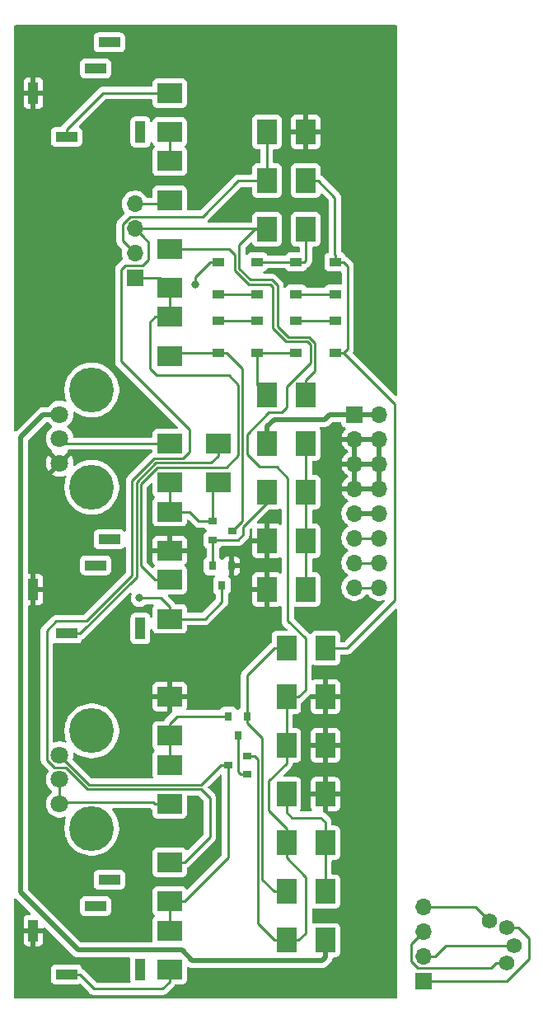
<source format=gbr>
G04 #@! TF.GenerationSoftware,KiCad,Pcbnew,9.0.0*
G04 #@! TF.CreationDate,2025-02-23T15:53:39-07:00*
G04 #@! TF.ProjectId,VCF,5643462e-6b69-4636-9164-5f7063625858,rev?*
G04 #@! TF.SameCoordinates,Original*
G04 #@! TF.FileFunction,Copper,L1,Top*
G04 #@! TF.FilePolarity,Positive*
%FSLAX46Y46*%
G04 Gerber Fmt 4.6, Leading zero omitted, Abs format (unit mm)*
G04 Created by KiCad (PCBNEW 9.0.0) date 2025-02-23 15:53:39*
%MOMM*%
%LPD*%
G01*
G04 APERTURE LIST*
G04 #@! TA.AperFunction,SMDPad,CuDef*
%ADD10R,2.500000X2.000000*%
G04 #@! TD*
G04 #@! TA.AperFunction,SMDPad,CuDef*
%ADD11R,2.000000X2.500000*%
G04 #@! TD*
G04 #@! TA.AperFunction,SMDPad,CuDef*
%ADD12R,1.200000X0.900000*%
G04 #@! TD*
G04 #@! TA.AperFunction,ComponentPad*
%ADD13R,1.000000X2.200000*%
G04 #@! TD*
G04 #@! TA.AperFunction,ComponentPad*
%ADD14R,2.200000X1.000000*%
G04 #@! TD*
G04 #@! TA.AperFunction,ComponentPad*
%ADD15R,1.700000X1.700000*%
G04 #@! TD*
G04 #@! TA.AperFunction,ComponentPad*
%ADD16O,1.700000X1.700000*%
G04 #@! TD*
G04 #@! TA.AperFunction,SMDPad,CuDef*
%ADD17R,0.900000X0.800000*%
G04 #@! TD*
G04 #@! TA.AperFunction,SMDPad,CuDef*
%ADD18R,0.800000X0.900000*%
G04 #@! TD*
G04 #@! TA.AperFunction,ComponentPad*
%ADD19C,4.600000*%
G04 #@! TD*
G04 #@! TA.AperFunction,ComponentPad*
%ADD20C,1.800000*%
G04 #@! TD*
G04 #@! TA.AperFunction,ComponentPad*
%ADD21C,1.580000*%
G04 #@! TD*
G04 #@! TA.AperFunction,ViaPad*
%ADD22C,0.800000*%
G04 #@! TD*
G04 #@! TA.AperFunction,Conductor*
%ADD23C,0.250000*%
G04 #@! TD*
G04 #@! TA.AperFunction,Conductor*
%ADD24C,0.500000*%
G04 #@! TD*
G04 APERTURE END LIST*
D10*
X16000000Y-11000000D03*
X16000000Y-7000000D03*
D11*
X30000000Y-58000000D03*
X26000000Y-58000000D03*
X30000000Y-53000000D03*
X26000000Y-53000000D03*
X26000000Y-38000000D03*
X30000000Y-38000000D03*
X30000000Y-16000000D03*
X26000000Y-16000000D03*
X28000000Y-64000000D03*
X32000000Y-64000000D03*
X28000000Y-69000000D03*
X32000000Y-69000000D03*
X28000000Y-74000000D03*
X32000000Y-74000000D03*
D10*
X16000000Y-97000000D03*
X16000000Y-93000000D03*
D12*
X21000000Y-33650000D03*
X21000000Y-30350000D03*
X25000000Y-30350000D03*
X25000000Y-33650000D03*
X29000000Y-33650000D03*
X29000000Y-30350000D03*
X33000000Y-30350000D03*
X33000000Y-33650000D03*
X33000000Y-24350000D03*
X33000000Y-27650000D03*
X29000000Y-27650000D03*
X29000000Y-24350000D03*
X25000000Y-24350000D03*
X25000000Y-27650000D03*
X21000000Y-27650000D03*
X21000000Y-24350000D03*
D13*
X2000000Y-7000000D03*
X13000000Y-11000000D03*
D14*
X5400000Y-11500000D03*
X9800000Y-1800000D03*
X8400000Y-4500000D03*
D13*
X2000000Y-58000000D03*
X13000000Y-62000000D03*
D14*
X5400000Y-62500000D03*
X9800000Y-52800000D03*
X8400000Y-55500000D03*
D15*
X12440000Y-26000000D03*
D16*
X12440000Y-23460000D03*
X12440000Y-20920000D03*
X12440000Y-18380000D03*
D15*
X42080180Y-98163380D03*
D16*
X42080180Y-95623380D03*
X42080180Y-93083380D03*
X42080180Y-90543380D03*
D15*
X35000000Y-40000000D03*
D16*
X37540000Y-40000000D03*
X35000000Y-42540000D03*
X37540000Y-42540000D03*
X35000000Y-45080000D03*
X37540000Y-45080000D03*
X35000000Y-47620000D03*
X37540000Y-47620000D03*
X35000000Y-50160000D03*
X37540000Y-50160000D03*
X35000000Y-52700000D03*
X37540000Y-52700000D03*
X35000000Y-55240000D03*
X37540000Y-55240000D03*
X35000000Y-57780000D03*
X37540000Y-57780000D03*
D13*
X2000000Y-93000000D03*
X13000000Y-97000000D03*
D14*
X5400000Y-97500000D03*
X8400000Y-90500000D03*
X9800000Y-87800000D03*
D17*
X20440140Y-50985380D03*
X20440140Y-52885380D03*
X22440140Y-51935380D03*
D18*
X22326640Y-55553100D03*
X20426640Y-55553100D03*
X21376640Y-57553100D03*
X23950000Y-71000000D03*
X22050000Y-71000000D03*
X23000000Y-73000000D03*
D17*
X24000000Y-76950000D03*
X24000000Y-75050000D03*
X22000000Y-76000000D03*
D10*
X21000000Y-47000000D03*
X21000000Y-43000000D03*
X16000000Y-47000000D03*
X16000000Y-43000000D03*
X16000000Y-50000000D03*
X16000000Y-54000000D03*
X16000000Y-23000000D03*
X16000000Y-27000000D03*
X16000000Y-30000000D03*
X16000000Y-34000000D03*
D11*
X26000000Y-48000000D03*
X30000000Y-48000000D03*
X26000000Y-43000000D03*
X30000000Y-43000000D03*
X26000000Y-11000000D03*
X30000000Y-11000000D03*
X32000000Y-94000000D03*
X28000000Y-94000000D03*
D10*
X16000000Y-57000000D03*
X16000000Y-61000000D03*
D11*
X28000000Y-84000000D03*
X32000000Y-84000000D03*
X28000000Y-79000000D03*
X32000000Y-79000000D03*
X28000000Y-89000000D03*
X32000000Y-89000000D03*
D10*
X16000000Y-73000000D03*
X16000000Y-69000000D03*
X16000000Y-80000000D03*
X16000000Y-76000000D03*
X16000000Y-90000000D03*
X16000000Y-86000000D03*
D19*
X8000000Y-47500000D03*
X8000000Y-37500000D03*
D20*
X4700000Y-40000000D03*
X4700000Y-42500000D03*
X4700000Y-45000000D03*
D19*
X8000000Y-72500000D03*
X8000000Y-82500000D03*
D20*
X4700000Y-75000000D03*
X4700000Y-77500000D03*
X4700000Y-80000000D03*
D21*
X50673320Y-92727460D03*
X51417220Y-94523560D03*
X50673320Y-96319660D03*
X48877220Y-91983560D03*
D10*
X16000000Y-18000000D03*
X16000000Y-14000000D03*
D11*
X30000000Y-21000000D03*
X26000000Y-21000000D03*
D22*
X19000000Y-98000000D03*
X1500000Y-39000000D03*
X11000000Y-81000000D03*
X10000000Y-93000000D03*
X12000000Y-40000000D03*
X24000000Y-61000000D03*
X18000000Y-59000000D03*
X18500000Y-52000000D03*
X38000000Y-64000000D03*
X36000000Y-34000000D03*
X22000000Y-61000000D03*
X36000000Y-64000000D03*
X21000000Y-98000000D03*
X10000000Y-76000000D03*
X14000000Y-40000000D03*
X18500000Y-54000000D03*
X13000000Y-81000000D03*
X12000000Y-76000000D03*
X12500000Y-44500000D03*
X12000000Y-93000000D03*
X20000000Y-59000000D03*
X38000000Y-34000000D03*
X12915900Y-58851800D03*
X18641060Y-26680160D03*
D23*
X16000000Y-14000000D02*
X16000000Y-11000000D01*
X5400000Y-10750000D02*
X9150000Y-7000000D01*
X5400000Y-11500000D02*
X5400000Y-10750000D01*
X9150000Y-7000000D02*
X14500000Y-7000000D01*
X14500000Y-7000000D02*
X16000000Y-7000000D01*
X30000000Y-53000000D02*
X30000000Y-58000000D01*
X30000000Y-43000000D02*
X30000000Y-48000000D01*
X30000000Y-48000000D02*
X30000000Y-53000000D01*
X25000000Y-33650000D02*
X25000000Y-37000000D01*
X25000000Y-33650000D02*
X25850000Y-33650000D01*
X25850000Y-33650000D02*
X29000000Y-33650000D01*
X25000000Y-37000000D02*
X26000000Y-38000000D01*
X27071321Y-30973891D02*
X28177199Y-32079769D01*
X13820140Y-24084280D02*
X13820140Y-22300140D01*
X25920000Y-20920000D02*
X26000000Y-21000000D01*
X11442700Y-24709120D02*
X13195300Y-24709120D01*
X30861000Y-35641280D02*
X30858720Y-35641280D01*
X12440000Y-20920000D02*
X25920000Y-20920000D01*
X23141942Y-22608058D02*
X23141942Y-25031702D01*
X16000000Y-86000000D02*
X17500000Y-86000000D01*
X24292129Y-26181889D02*
X26500800Y-26181889D01*
X3373120Y-75486122D02*
X3373120Y-62224920D01*
X19218070Y-78501670D02*
X7564670Y-78501670D01*
X7447280Y-61236860D02*
X12150498Y-56533642D01*
X3373120Y-62224920D02*
X4361180Y-61236860D01*
X30346360Y-32079769D02*
X30934660Y-32668069D01*
X30934660Y-32668069D02*
X30934660Y-35567620D01*
X20148330Y-83351670D02*
X20148330Y-79431930D01*
X11023600Y-25128220D02*
X11442700Y-24709120D01*
X7564670Y-78501670D02*
X5321420Y-76258420D01*
X4145418Y-76258420D02*
X3373120Y-75486122D01*
X23141942Y-25031702D02*
X24292129Y-26181889D01*
X20148330Y-79431930D02*
X19218070Y-78501670D01*
X12150498Y-46796410D02*
X14410980Y-44535928D01*
X17327662Y-44535928D02*
X18016220Y-43847370D01*
X14410980Y-44535928D02*
X17327662Y-44535928D01*
X18016220Y-43847370D02*
X18016220Y-41554400D01*
X4361180Y-61236860D02*
X7447280Y-61236860D01*
X13820140Y-22300140D02*
X13289999Y-21769999D01*
X12150498Y-56533642D02*
X12150498Y-46796410D01*
X13289999Y-21769999D02*
X12440000Y-20920000D01*
X26500800Y-26181889D02*
X27071321Y-26752410D01*
X24750000Y-21000000D02*
X23141942Y-22608058D01*
X30858720Y-35641280D02*
X30000000Y-36500000D01*
X5321420Y-76258420D02*
X4145418Y-76258420D01*
X27071321Y-26752410D02*
X27071321Y-30973891D01*
X13195300Y-24709120D02*
X13820140Y-24084280D01*
X26000000Y-21000000D02*
X24750000Y-21000000D01*
X30000000Y-36500000D02*
X30000000Y-38000000D01*
X18016220Y-41554400D02*
X11023600Y-34561780D01*
X28177199Y-32079769D02*
X30346360Y-32079769D01*
X17500000Y-86000000D02*
X20148330Y-83351670D01*
X30934660Y-35567620D02*
X30861000Y-35641280D01*
X11023600Y-34561780D02*
X11023600Y-25128220D01*
X33881140Y-33650000D02*
X39133780Y-38902640D01*
X39133780Y-38902640D02*
X39133780Y-59115960D01*
X33850000Y-24350000D02*
X34300160Y-24800160D01*
X33000000Y-24350000D02*
X33850000Y-24350000D01*
X39133780Y-59115960D02*
X34249740Y-64000000D01*
X33873360Y-33650000D02*
X33850000Y-33650000D01*
X32986980Y-23636980D02*
X32986980Y-17736980D01*
X33850000Y-33650000D02*
X33881140Y-33650000D01*
X33000000Y-24350000D02*
X33000000Y-23650000D01*
X33000000Y-23650000D02*
X32986980Y-23636980D01*
X33850000Y-33650000D02*
X33000000Y-33650000D01*
X34300160Y-24800160D02*
X34300160Y-33223200D01*
X34300160Y-33223200D02*
X33873360Y-33650000D01*
X32986980Y-17736980D02*
X31250000Y-16000000D01*
X31250000Y-16000000D02*
X30000000Y-16000000D01*
X34249740Y-64000000D02*
X32000000Y-64000000D01*
X19403060Y-19677380D02*
X23080440Y-16000000D01*
X26000000Y-12500000D02*
X26000000Y-16000000D01*
X11170920Y-20450078D02*
X11943618Y-19677380D01*
X11170920Y-22190920D02*
X11170920Y-20450078D01*
X26000000Y-11000000D02*
X26000000Y-12500000D01*
X11943618Y-19677380D02*
X19403060Y-19677380D01*
X23080440Y-16000000D02*
X26000000Y-16000000D01*
X12440000Y-23460000D02*
X11170920Y-22190920D01*
X23950000Y-71700000D02*
X25514300Y-73264300D01*
X28000000Y-64000000D02*
X26750000Y-64000000D01*
X25514300Y-73264300D02*
X25514300Y-87764300D01*
X26750000Y-89000000D02*
X28000000Y-89000000D01*
X26750000Y-64000000D02*
X23950000Y-66800000D01*
X23950000Y-66800000D02*
X23950000Y-70300000D01*
X23950000Y-70300000D02*
X23950000Y-71000000D01*
X23950000Y-71000000D02*
X23950000Y-71700000D01*
X25514300Y-87764300D02*
X26750000Y-89000000D01*
X30000000Y-21000000D02*
X30000000Y-24200000D01*
X29000000Y-24350000D02*
X25000000Y-24350000D01*
X30000000Y-24200000D02*
X29850000Y-24350000D01*
X29850000Y-24350000D02*
X29000000Y-24350000D01*
X25212040Y-45405040D02*
X27005280Y-45405040D01*
X26621310Y-26938810D02*
X26621310Y-31160290D01*
X24700000Y-75050000D02*
X25064290Y-75414290D01*
X29992320Y-87492320D02*
X29992320Y-93257680D01*
X28000000Y-84000000D02*
X28000000Y-85500000D01*
X16000000Y-23000000D02*
X22100840Y-23000000D01*
X28000000Y-82500000D02*
X26200100Y-80700100D01*
X28031440Y-37133558D02*
X28031440Y-39316660D01*
X28031440Y-39316660D02*
X27536140Y-39811960D01*
X24000000Y-75050000D02*
X24700000Y-75050000D01*
X26200100Y-77635100D02*
X28000000Y-75835200D01*
X28127960Y-61180980D02*
X29949140Y-63002160D01*
X26173038Y-39811960D02*
X23949660Y-42035338D01*
X30480000Y-34684998D02*
X28031440Y-37133558D01*
X29949140Y-68300860D02*
X29250000Y-69000000D01*
X29250000Y-69000000D02*
X28000000Y-69000000D01*
X25064290Y-92314290D02*
X26750000Y-94000000D01*
X30480000Y-32849820D02*
X30480000Y-34684998D01*
X29250000Y-94000000D02*
X28000000Y-94000000D01*
X25064290Y-75414290D02*
X25064290Y-92314290D01*
X23949660Y-42035338D02*
X23949660Y-44142660D01*
X28000000Y-70500000D02*
X28000000Y-74000000D01*
X27990800Y-32529780D02*
X30159960Y-32529780D01*
X26314400Y-26631900D02*
X26621310Y-26938810D01*
X28127960Y-46527720D02*
X28127960Y-61180980D01*
X28000000Y-75835200D02*
X28000000Y-74000000D01*
X26750000Y-94000000D02*
X28000000Y-94000000D01*
X24105730Y-26631900D02*
X26314400Y-26631900D01*
X26621310Y-31160290D02*
X27990800Y-32529780D01*
X28000000Y-69000000D02*
X28000000Y-70500000D01*
X26200100Y-80700100D02*
X26200100Y-77635100D01*
X29949140Y-63002160D02*
X29949140Y-68300860D01*
X28000000Y-84000000D02*
X28000000Y-82500000D01*
X22100840Y-23000000D02*
X22691931Y-23591091D01*
X22691931Y-25218101D02*
X24105730Y-26631900D01*
X27005280Y-45405040D02*
X28127960Y-46527720D01*
X27536140Y-39811960D02*
X26173038Y-39811960D01*
X28000000Y-85500000D02*
X29992320Y-87492320D01*
X22691931Y-23591091D02*
X22691931Y-25218101D01*
X23949660Y-44142660D02*
X25212040Y-45405040D01*
X29992320Y-93257680D02*
X29250000Y-94000000D01*
X30159960Y-32529780D02*
X30480000Y-32849820D01*
X17500000Y-90000000D02*
X22000000Y-85500000D01*
X4700000Y-75000000D02*
X7744040Y-78044040D01*
X21998120Y-76001880D02*
X22000000Y-76000000D01*
X16000000Y-90000000D02*
X16000000Y-91250000D01*
X22000000Y-76650000D02*
X22000000Y-76000000D01*
X16000000Y-90000000D02*
X17500000Y-90000000D01*
X16000000Y-91250000D02*
X16000000Y-93000000D01*
X21267420Y-76001880D02*
X21998120Y-76001880D01*
X22000000Y-85500000D02*
X22000000Y-76650000D01*
X19225260Y-78044040D02*
X21267420Y-76001880D01*
X7744040Y-78044040D02*
X19225260Y-78044040D01*
X5400000Y-97500000D02*
X6750000Y-97500000D01*
X8218560Y-98968560D02*
X15281440Y-98968560D01*
X6750000Y-97500000D02*
X8218560Y-98968560D01*
X16000000Y-98250000D02*
X16000000Y-97000000D01*
X15281440Y-98968560D02*
X16000000Y-98250000D01*
X21000000Y-30350000D02*
X25000000Y-30350000D01*
X22490140Y-51935380D02*
X22440140Y-51935380D01*
X23500080Y-35300080D02*
X23500080Y-41848507D01*
X16350000Y-33650000D02*
X16000000Y-34000000D01*
X23500080Y-44329491D02*
X23500080Y-50925440D01*
X23499649Y-44329060D02*
X23500080Y-44329491D01*
X23500080Y-41848507D02*
X23499649Y-41848938D01*
X21000000Y-33650000D02*
X16350000Y-33650000D01*
X23500080Y-50925440D02*
X22490140Y-51935380D01*
X21000000Y-33650000D02*
X21850000Y-33650000D01*
X21850000Y-33650000D02*
X23500080Y-35300080D01*
X23499649Y-41848938D02*
X23499649Y-44329060D01*
X29000000Y-30350000D02*
X29850000Y-30350000D01*
X29850000Y-30350000D02*
X33000000Y-30350000D01*
X29000000Y-27650000D02*
X33000000Y-27650000D01*
X21850000Y-27650000D02*
X25000000Y-27650000D01*
X21000000Y-27650000D02*
X21850000Y-27650000D01*
X20150000Y-24350000D02*
X18641060Y-25858940D01*
X21376640Y-57553100D02*
X21376640Y-59253120D01*
X18641060Y-25858940D02*
X18641060Y-26680160D01*
X12915900Y-58851800D02*
X15101800Y-58851800D01*
X21000000Y-24350000D02*
X20150000Y-24350000D01*
X15101800Y-58851800D02*
X16000000Y-59750000D01*
X16000000Y-59750000D02*
X16000000Y-61000000D01*
X19629760Y-61000000D02*
X16000000Y-61000000D01*
X21376640Y-59253120D02*
X19629760Y-61000000D01*
X35000000Y-55240000D02*
X36202081Y-55240000D01*
X36202081Y-55240000D02*
X37540000Y-55240000D01*
X20264061Y-44985939D02*
X14597380Y-44985939D01*
X14597380Y-44985939D02*
X12600509Y-46982810D01*
X21000000Y-44250000D02*
X20264061Y-44985939D01*
X12600509Y-56720042D02*
X6820551Y-62500000D01*
X6820551Y-62500000D02*
X6750000Y-62500000D01*
X6750000Y-62500000D02*
X5400000Y-62500000D01*
X12600509Y-46982810D02*
X12600509Y-56720042D01*
X21000000Y-43000000D02*
X21000000Y-44250000D01*
X23047960Y-44203620D02*
X23047960Y-36962080D01*
X16000000Y-28250000D02*
X16000000Y-30000000D01*
X23047960Y-36962080D02*
X22072600Y-35986720D01*
X16000000Y-57000000D02*
X14500000Y-57000000D01*
X15000000Y-26000000D02*
X16000000Y-27000000D01*
X16000000Y-27000000D02*
X16000000Y-28250000D01*
X13050520Y-55550520D02*
X13050520Y-47169210D01*
X14500000Y-57000000D02*
X13050520Y-55550520D01*
X14783780Y-45435950D02*
X21815630Y-45435950D01*
X13977620Y-35288220D02*
X13977620Y-30522380D01*
X13050520Y-47169210D02*
X14783780Y-45435950D01*
X14500000Y-30000000D02*
X16000000Y-30000000D01*
X14676120Y-35986720D02*
X13977620Y-35288220D01*
X13977620Y-30522380D02*
X14500000Y-30000000D01*
X12440000Y-26000000D02*
X15000000Y-26000000D01*
X22072600Y-35986720D02*
X14676120Y-35986720D01*
X21815630Y-45435950D02*
X23047960Y-44203620D01*
X12440000Y-18380000D02*
X15620000Y-18380000D01*
X15620000Y-18380000D02*
X16000000Y-18000000D01*
X42080180Y-90543380D02*
X47437040Y-90543380D01*
X47437040Y-90543380D02*
X48877220Y-91983560D01*
X40802560Y-96199960D02*
X41478200Y-96875600D01*
X41478200Y-96875600D02*
X49000152Y-96875600D01*
X42080180Y-93083380D02*
X40802560Y-94361000D01*
X49000152Y-96875600D02*
X49556092Y-96319660D01*
X49556092Y-96319660D02*
X50673320Y-96319660D01*
X40802560Y-94361000D02*
X40802560Y-96199960D01*
X50299992Y-94523560D02*
X51417220Y-94523560D01*
X43282261Y-95623380D02*
X44382081Y-94523560D01*
X44382081Y-94523560D02*
X50299992Y-94523560D01*
X42080180Y-95623380D02*
X43282261Y-95623380D01*
X51790548Y-92727460D02*
X50673320Y-92727460D01*
X52890420Y-95933260D02*
X52890420Y-93827332D01*
X42080180Y-98163380D02*
X50660300Y-98163380D01*
X50660300Y-98163380D02*
X52890420Y-95933260D01*
X52890420Y-93827332D02*
X51790548Y-92727460D01*
X37540000Y-57780000D02*
X36337919Y-57780000D01*
X36337919Y-57780000D02*
X35000000Y-57780000D01*
X36337919Y-52700000D02*
X35000000Y-52700000D01*
X37540000Y-52700000D02*
X36337919Y-52700000D01*
D24*
X6613942Y-95023940D02*
X662940Y-89072938D01*
X31651640Y-96098360D02*
X18338362Y-96098360D01*
X17263942Y-95023940D02*
X6613942Y-95023940D01*
X3012360Y-40000000D02*
X4700000Y-40000000D01*
X662940Y-89072938D02*
X662940Y-42349420D01*
X35000000Y-50160000D02*
X37540000Y-50160000D01*
X18338362Y-96098360D02*
X17263942Y-95023940D01*
X662940Y-42349420D02*
X3012360Y-40000000D01*
X32000000Y-95750000D02*
X31651640Y-96098360D01*
X32000000Y-94000000D02*
X32000000Y-95750000D01*
X31943040Y-40513000D02*
X32456040Y-40000000D01*
X26000000Y-43000000D02*
X26000000Y-41250000D01*
X26000000Y-41250000D02*
X26737000Y-40513000D01*
X35000000Y-40000000D02*
X37540000Y-40000000D01*
X32456040Y-40000000D02*
X35000000Y-40000000D01*
X26737000Y-40513000D02*
X31943040Y-40513000D01*
D23*
X20440140Y-52885380D02*
X20440140Y-55539600D01*
X20440140Y-55539600D02*
X20426640Y-55553100D01*
X26000000Y-49112880D02*
X26000000Y-48000000D01*
X23566120Y-52313840D02*
X23566120Y-51546760D01*
X22230080Y-52882800D02*
X22232620Y-52880260D01*
X21142720Y-52882800D02*
X22230080Y-52882800D01*
X20440140Y-52885380D02*
X21140140Y-52885380D01*
X23566120Y-51546760D02*
X26000000Y-49112880D01*
X21140140Y-52885380D02*
X21142720Y-52882800D01*
X22999700Y-52880260D02*
X23566120Y-52313840D01*
X22232620Y-52880260D02*
X22999700Y-52880260D01*
X20440140Y-50985380D02*
X20440140Y-47559860D01*
X19004240Y-50985380D02*
X20440140Y-50985380D01*
X16000000Y-47000000D02*
X16000000Y-48250000D01*
X18018860Y-50000000D02*
X19004240Y-50985380D01*
X16000000Y-48250000D02*
X16000000Y-50000000D01*
X20440140Y-47559860D02*
X21000000Y-47000000D01*
X16000000Y-50000000D02*
X18018860Y-50000000D01*
X22050000Y-71000000D02*
X16750000Y-71000000D01*
X16000000Y-71750000D02*
X16000000Y-73000000D01*
X16000000Y-76000000D02*
X16000000Y-74750000D01*
X16750000Y-71000000D02*
X16000000Y-71750000D01*
X16000000Y-74750000D02*
X16000000Y-73000000D01*
X23009860Y-73009860D02*
X23009860Y-76659860D01*
X23009860Y-76659860D02*
X23300000Y-76950000D01*
X23300000Y-76950000D02*
X24000000Y-76950000D01*
X23000000Y-73000000D02*
X23009860Y-73009860D01*
X16000000Y-43000000D02*
X5200000Y-43000000D01*
X5200000Y-43000000D02*
X4700000Y-42500000D01*
X28000000Y-80852320D02*
X28544520Y-81396840D01*
X28544520Y-81396840D02*
X31536640Y-81396840D01*
X32000000Y-84000000D02*
X32000000Y-89000000D01*
X32000000Y-81860200D02*
X32000000Y-84000000D01*
X31536640Y-81396840D02*
X32000000Y-81860200D01*
X28000000Y-79000000D02*
X28000000Y-80852320D01*
X4700000Y-80000000D02*
X4908440Y-79791560D01*
X4700000Y-77500000D02*
X4700000Y-78772792D01*
X4700000Y-78772792D02*
X4700000Y-80000000D01*
X14500000Y-80000000D02*
X16000000Y-80000000D01*
X4908440Y-79791560D02*
X14291560Y-79791560D01*
X14291560Y-79791560D02*
X14500000Y-80000000D01*
G04 #@! TA.AperFunction,Conductor*
G36*
X39291585Y-59958224D02*
G01*
X39348421Y-60000771D01*
X39373232Y-60067291D01*
X39373553Y-60076283D01*
X39372726Y-92667842D01*
X39372577Y-98564498D01*
X39372544Y-99848503D01*
X39352540Y-99916623D01*
X39298883Y-99963115D01*
X39246544Y-99974500D01*
X158981Y-99974500D01*
X90860Y-99954498D01*
X44367Y-99900842D01*
X32981Y-99848532D01*
X31980Y-95908440D01*
X31533Y-94148597D01*
X992000Y-94148597D01*
X998505Y-94209093D01*
X1049555Y-94345964D01*
X1049555Y-94345965D01*
X1137095Y-94462904D01*
X1254034Y-94550444D01*
X1390906Y-94601494D01*
X1451402Y-94607999D01*
X1451415Y-94608000D01*
X1746000Y-94608000D01*
X2254000Y-94608000D01*
X2548585Y-94608000D01*
X2548597Y-94607999D01*
X2609093Y-94601494D01*
X2745964Y-94550444D01*
X2745965Y-94550444D01*
X2862904Y-94462904D01*
X2950444Y-94345965D01*
X2950444Y-94345964D01*
X3001494Y-94209093D01*
X3007999Y-94148597D01*
X3008000Y-94148585D01*
X3008000Y-93254000D01*
X2254000Y-93254000D01*
X2254000Y-94608000D01*
X1746000Y-94608000D01*
X1746000Y-93254000D01*
X992000Y-93254000D01*
X992000Y-94148597D01*
X31533Y-94148597D01*
X30432Y-89817331D01*
X50417Y-89749208D01*
X104061Y-89702702D01*
X174332Y-89692580D01*
X238920Y-89722057D01*
X245527Y-89728207D01*
X1694226Y-91176905D01*
X1728251Y-91239217D01*
X1723187Y-91310032D01*
X1680640Y-91366868D01*
X1614120Y-91391679D01*
X1605131Y-91392000D01*
X1451402Y-91392000D01*
X1390906Y-91398505D01*
X1254035Y-91449555D01*
X1254034Y-91449555D01*
X1137095Y-91537095D01*
X1049555Y-91654034D01*
X1049555Y-91654035D01*
X998505Y-91790906D01*
X992000Y-91851402D01*
X992000Y-92746000D01*
X1800000Y-92746000D01*
X1800000Y-93439782D01*
X1830448Y-93513291D01*
X1886709Y-93569552D01*
X1960218Y-93600000D01*
X2039782Y-93600000D01*
X2113291Y-93569552D01*
X2169552Y-93513291D01*
X2200000Y-93439782D01*
X2200000Y-92746000D01*
X3008001Y-92746000D01*
X3044905Y-92709096D01*
X3046515Y-92710706D01*
X3081658Y-92680255D01*
X3151932Y-92670151D01*
X3216512Y-92699645D01*
X3223095Y-92705774D01*
X6130427Y-95613106D01*
X6223500Y-95675295D01*
X6223499Y-95675295D01*
X6254653Y-95696111D01*
X6254655Y-95696112D01*
X6254658Y-95696114D01*
X6392696Y-95753291D01*
X6539236Y-95782440D01*
X6539237Y-95782440D01*
X6688647Y-95782440D01*
X11865500Y-95782440D01*
X11933621Y-95802442D01*
X11980114Y-95856098D01*
X11991500Y-95908440D01*
X11991500Y-98148632D01*
X11991501Y-98148652D01*
X11996547Y-98195593D01*
X11983941Y-98265461D01*
X11935561Y-98317423D01*
X11871269Y-98335060D01*
X8533154Y-98335060D01*
X8465033Y-98315058D01*
X8444059Y-98298155D01*
X7153835Y-97007931D01*
X7153833Y-97007929D01*
X7050075Y-96938600D01*
X7050074Y-96938599D01*
X7044928Y-96935161D01*
X7046336Y-96933053D01*
X7003618Y-96891052D01*
X6995639Y-96873776D01*
X6950889Y-96753796D01*
X6950886Y-96753792D01*
X6950886Y-96753791D01*
X6863261Y-96636738D01*
X6746207Y-96549112D01*
X6746202Y-96549110D01*
X6609204Y-96498011D01*
X6609196Y-96498009D01*
X6548649Y-96491500D01*
X6548638Y-96491500D01*
X4251362Y-96491500D01*
X4251350Y-96491500D01*
X4190803Y-96498009D01*
X4190795Y-96498011D01*
X4053797Y-96549110D01*
X4053792Y-96549112D01*
X3936738Y-96636738D01*
X3849112Y-96753792D01*
X3849110Y-96753797D01*
X3798011Y-96890795D01*
X3798009Y-96890803D01*
X3791500Y-96951350D01*
X3791500Y-98048649D01*
X3798009Y-98109196D01*
X3798011Y-98109204D01*
X3849110Y-98246202D01*
X3849112Y-98246207D01*
X3936738Y-98363261D01*
X4053792Y-98450887D01*
X4053794Y-98450888D01*
X4053796Y-98450889D01*
X4073269Y-98458152D01*
X4190795Y-98501988D01*
X4190803Y-98501990D01*
X4251350Y-98508499D01*
X4251355Y-98508499D01*
X4251362Y-98508500D01*
X4251368Y-98508500D01*
X6548632Y-98508500D01*
X6548638Y-98508500D01*
X6548645Y-98508499D01*
X6548649Y-98508499D01*
X6609196Y-98501990D01*
X6609199Y-98501989D01*
X6609201Y-98501989D01*
X6713149Y-98463217D01*
X6783960Y-98458152D01*
X6846270Y-98492174D01*
X7726489Y-99372393D01*
X7814727Y-99460631D01*
X7918485Y-99529960D01*
X8033775Y-99577715D01*
X8156166Y-99602060D01*
X8156167Y-99602060D01*
X15343833Y-99602060D01*
X15343834Y-99602060D01*
X15466225Y-99577715D01*
X15581515Y-99529960D01*
X15685273Y-99460631D01*
X16492071Y-98653833D01*
X16551763Y-98564498D01*
X16606240Y-98518970D01*
X16656528Y-98508500D01*
X17298632Y-98508500D01*
X17298638Y-98508500D01*
X17298645Y-98508499D01*
X17298649Y-98508499D01*
X17359196Y-98501990D01*
X17359199Y-98501989D01*
X17359201Y-98501989D01*
X17496204Y-98450889D01*
X17529821Y-98425724D01*
X17613261Y-98363261D01*
X17700887Y-98246207D01*
X17700887Y-98246206D01*
X17700889Y-98246204D01*
X17751989Y-98109201D01*
X17758500Y-98048638D01*
X17758500Y-96858877D01*
X17759230Y-96856389D01*
X17758599Y-96853874D01*
X17769176Y-96822514D01*
X17778502Y-96790756D01*
X17780462Y-96789057D01*
X17781291Y-96786601D01*
X17807141Y-96765939D01*
X17832158Y-96744263D01*
X17834724Y-96743894D01*
X17836750Y-96742275D01*
X17869665Y-96738870D01*
X17902432Y-96734159D01*
X17905588Y-96735154D01*
X17907370Y-96734970D01*
X17915587Y-96738307D01*
X17941352Y-96746432D01*
X17948152Y-96749870D01*
X17979078Y-96770534D01*
X18029695Y-96791500D01*
X18117115Y-96827711D01*
X18190384Y-96842284D01*
X18190385Y-96842285D01*
X18204960Y-96845184D01*
X18263656Y-96856860D01*
X18263657Y-96856860D01*
X18263661Y-96856860D01*
X31726341Y-96856860D01*
X31726345Y-96856860D01*
X31726346Y-96856860D01*
X31799616Y-96842285D01*
X31872887Y-96827711D01*
X32010924Y-96770534D01*
X32135155Y-96687526D01*
X32589165Y-96233516D01*
X32629557Y-96173065D01*
X32672174Y-96109284D01*
X32707643Y-96023654D01*
X32729351Y-95971247D01*
X32751496Y-95859918D01*
X32784404Y-95797008D01*
X32846099Y-95761877D01*
X32875075Y-95758500D01*
X33048632Y-95758500D01*
X33048638Y-95758500D01*
X33048645Y-95758499D01*
X33048649Y-95758499D01*
X33109196Y-95751990D01*
X33109199Y-95751989D01*
X33109201Y-95751989D01*
X33246204Y-95700889D01*
X33280394Y-95675295D01*
X33363261Y-95613261D01*
X33450887Y-95496207D01*
X33450887Y-95496206D01*
X33450889Y-95496204D01*
X33501989Y-95359201D01*
X33504069Y-95339860D01*
X33508499Y-95298649D01*
X33508500Y-95298632D01*
X33508500Y-92701367D01*
X33508499Y-92701350D01*
X33501990Y-92640803D01*
X33501988Y-92640795D01*
X33450889Y-92503797D01*
X33450887Y-92503792D01*
X33363261Y-92386738D01*
X33246207Y-92299112D01*
X33246202Y-92299110D01*
X33109204Y-92248011D01*
X33109196Y-92248009D01*
X33048649Y-92241500D01*
X33048638Y-92241500D01*
X30951362Y-92241500D01*
X30951350Y-92241500D01*
X30890803Y-92248009D01*
X30890795Y-92248011D01*
X30795853Y-92283424D01*
X30725037Y-92288490D01*
X30662725Y-92254465D01*
X30628700Y-92192153D01*
X30625820Y-92165369D01*
X30625820Y-90834630D01*
X30645822Y-90766509D01*
X30699478Y-90720016D01*
X30769752Y-90709912D01*
X30795845Y-90716572D01*
X30864691Y-90742251D01*
X30890798Y-90751989D01*
X30890803Y-90751990D01*
X30951350Y-90758499D01*
X30951355Y-90758499D01*
X30951362Y-90758500D01*
X30951368Y-90758500D01*
X33048632Y-90758500D01*
X33048638Y-90758500D01*
X33048645Y-90758499D01*
X33048649Y-90758499D01*
X33109196Y-90751990D01*
X33109199Y-90751989D01*
X33109201Y-90751989D01*
X33246204Y-90700889D01*
X33363261Y-90613261D01*
X33402084Y-90561400D01*
X33450887Y-90496207D01*
X33450887Y-90496206D01*
X33450889Y-90496204D01*
X33501989Y-90359201D01*
X33508500Y-90298638D01*
X33508500Y-87701362D01*
X33508499Y-87701350D01*
X33501990Y-87640803D01*
X33501988Y-87640795D01*
X33463945Y-87538800D01*
X33450889Y-87503796D01*
X33450888Y-87503794D01*
X33450887Y-87503792D01*
X33363261Y-87386738D01*
X33246207Y-87299112D01*
X33246202Y-87299110D01*
X33109204Y-87248011D01*
X33109196Y-87248009D01*
X33048649Y-87241500D01*
X33048638Y-87241500D01*
X32759500Y-87241500D01*
X32691379Y-87221498D01*
X32644886Y-87167842D01*
X32633500Y-87115500D01*
X32633500Y-85884500D01*
X32653502Y-85816379D01*
X32707158Y-85769886D01*
X32759500Y-85758500D01*
X33048632Y-85758500D01*
X33048638Y-85758500D01*
X33048645Y-85758499D01*
X33048649Y-85758499D01*
X33109196Y-85751990D01*
X33109199Y-85751989D01*
X33109201Y-85751989D01*
X33246204Y-85700889D01*
X33267717Y-85684785D01*
X33363261Y-85613261D01*
X33450887Y-85496207D01*
X33450887Y-85496206D01*
X33450889Y-85496204D01*
X33501989Y-85359201D01*
X33508500Y-85298638D01*
X33508500Y-82701362D01*
X33508499Y-82701350D01*
X33501990Y-82640803D01*
X33501988Y-82640795D01*
X33450889Y-82503797D01*
X33450887Y-82503792D01*
X33363261Y-82386738D01*
X33246207Y-82299112D01*
X33246202Y-82299110D01*
X33109204Y-82248011D01*
X33109196Y-82248009D01*
X33048649Y-82241500D01*
X33048638Y-82241500D01*
X32759500Y-82241500D01*
X32691379Y-82221498D01*
X32644886Y-82167842D01*
X32633500Y-82115500D01*
X32633500Y-81797807D01*
X32633499Y-81797803D01*
X32609155Y-81675415D01*
X32561400Y-81560125D01*
X32492071Y-81456367D01*
X32403833Y-81368129D01*
X31940473Y-80904769D01*
X31836715Y-80835440D01*
X31836716Y-80835440D01*
X31836714Y-80835439D01*
X31836708Y-80835436D01*
X31823776Y-80830079D01*
X31768497Y-80785528D01*
X31759336Y-80758000D01*
X32254000Y-80758000D01*
X33048585Y-80758000D01*
X33048597Y-80757999D01*
X33109093Y-80751494D01*
X33245964Y-80700444D01*
X33245965Y-80700444D01*
X33362904Y-80612904D01*
X33450444Y-80495965D01*
X33450444Y-80495964D01*
X33501494Y-80359093D01*
X33507999Y-80298597D01*
X33508000Y-80298585D01*
X33508000Y-79254000D01*
X32254000Y-79254000D01*
X32254000Y-80758000D01*
X31759336Y-80758000D01*
X31746080Y-80718164D01*
X31746000Y-80713673D01*
X31746000Y-79254000D01*
X30492000Y-79254000D01*
X30492000Y-80298597D01*
X30498505Y-80359093D01*
X30549554Y-80495963D01*
X30598863Y-80561830D01*
X30623674Y-80628350D01*
X30608583Y-80697725D01*
X30558381Y-80747927D01*
X30497995Y-80763340D01*
X29502630Y-80763340D01*
X29434509Y-80743338D01*
X29388016Y-80689682D01*
X29377912Y-80619408D01*
X29401762Y-80561831D01*
X29450887Y-80496207D01*
X29450887Y-80496206D01*
X29450889Y-80496204D01*
X29501989Y-80359201D01*
X29505148Y-80329824D01*
X29508499Y-80298649D01*
X29508500Y-80298632D01*
X29508500Y-77701402D01*
X30492000Y-77701402D01*
X30492000Y-78746000D01*
X31746000Y-78746000D01*
X32254000Y-78746000D01*
X33508000Y-78746000D01*
X33508000Y-77701414D01*
X33507999Y-77701402D01*
X33501494Y-77640906D01*
X33450444Y-77504035D01*
X33450444Y-77504034D01*
X33362904Y-77387095D01*
X33245965Y-77299555D01*
X33109093Y-77248505D01*
X33048597Y-77242000D01*
X32254000Y-77242000D01*
X32254000Y-78746000D01*
X31746000Y-78746000D01*
X31746000Y-77242000D01*
X30951402Y-77242000D01*
X30890906Y-77248505D01*
X30754035Y-77299555D01*
X30754034Y-77299555D01*
X30637095Y-77387095D01*
X30549555Y-77504034D01*
X30549555Y-77504035D01*
X30498505Y-77640906D01*
X30492000Y-77701402D01*
X29508500Y-77701402D01*
X29508500Y-77701367D01*
X29508499Y-77701350D01*
X29501990Y-77640803D01*
X29501988Y-77640795D01*
X29466069Y-77544495D01*
X29450889Y-77503796D01*
X29450888Y-77503794D01*
X29450887Y-77503792D01*
X29363261Y-77386738D01*
X29246207Y-77299112D01*
X29246202Y-77299110D01*
X29109204Y-77248011D01*
X29109196Y-77248009D01*
X29048649Y-77241500D01*
X29048638Y-77241500D01*
X27793794Y-77241500D01*
X27725673Y-77221498D01*
X27679180Y-77167842D01*
X27669076Y-77097568D01*
X27698570Y-77032988D01*
X27704699Y-77026405D01*
X28061450Y-76669654D01*
X28492071Y-76239033D01*
X28561400Y-76135275D01*
X28609155Y-76019985D01*
X28633500Y-75897594D01*
X28633500Y-75884500D01*
X28653502Y-75816379D01*
X28707158Y-75769886D01*
X28759500Y-75758500D01*
X29048632Y-75758500D01*
X29048638Y-75758500D01*
X29048645Y-75758499D01*
X29048649Y-75758499D01*
X29109196Y-75751990D01*
X29109199Y-75751989D01*
X29109201Y-75751989D01*
X29246204Y-75700889D01*
X29246799Y-75700444D01*
X29363261Y-75613261D01*
X29450887Y-75496207D01*
X29450887Y-75496206D01*
X29450889Y-75496204D01*
X29501989Y-75359201D01*
X29502090Y-75358267D01*
X29508499Y-75298649D01*
X29508500Y-75298632D01*
X29508500Y-75298597D01*
X30492000Y-75298597D01*
X30498505Y-75359093D01*
X30549555Y-75495964D01*
X30549555Y-75495965D01*
X30637095Y-75612904D01*
X30754034Y-75700444D01*
X30890906Y-75751494D01*
X30951402Y-75757999D01*
X30951415Y-75758000D01*
X31746000Y-75758000D01*
X32254000Y-75758000D01*
X33048585Y-75758000D01*
X33048597Y-75757999D01*
X33109093Y-75751494D01*
X33245964Y-75700444D01*
X33245965Y-75700444D01*
X33362904Y-75612904D01*
X33450444Y-75495965D01*
X33450444Y-75495964D01*
X33501494Y-75359093D01*
X33507999Y-75298597D01*
X33508000Y-75298585D01*
X33508000Y-74254000D01*
X32254000Y-74254000D01*
X32254000Y-75758000D01*
X31746000Y-75758000D01*
X31746000Y-74254000D01*
X30492000Y-74254000D01*
X30492000Y-75298597D01*
X29508500Y-75298597D01*
X29508500Y-72701402D01*
X30492000Y-72701402D01*
X30492000Y-73746000D01*
X31746000Y-73746000D01*
X32254000Y-73746000D01*
X33508000Y-73746000D01*
X33508000Y-72701414D01*
X33507999Y-72701402D01*
X33501494Y-72640906D01*
X33450444Y-72504035D01*
X33450444Y-72504034D01*
X33362904Y-72387095D01*
X33245965Y-72299555D01*
X33109093Y-72248505D01*
X33048597Y-72242000D01*
X32254000Y-72242000D01*
X32254000Y-73746000D01*
X31746000Y-73746000D01*
X31746000Y-72242000D01*
X30951402Y-72242000D01*
X30890906Y-72248505D01*
X30754035Y-72299555D01*
X30754034Y-72299555D01*
X30637095Y-72387095D01*
X30549555Y-72504034D01*
X30549555Y-72504035D01*
X30498505Y-72640906D01*
X30492000Y-72701402D01*
X29508500Y-72701402D01*
X29508500Y-72701367D01*
X29508499Y-72701350D01*
X29501990Y-72640803D01*
X29501988Y-72640795D01*
X29450978Y-72504035D01*
X29450889Y-72503796D01*
X29450888Y-72503794D01*
X29450887Y-72503792D01*
X29363261Y-72386738D01*
X29246207Y-72299112D01*
X29246202Y-72299110D01*
X29109204Y-72248011D01*
X29109196Y-72248009D01*
X29048649Y-72241500D01*
X29048638Y-72241500D01*
X28759500Y-72241500D01*
X28691379Y-72221498D01*
X28644886Y-72167842D01*
X28633500Y-72115500D01*
X28633500Y-70884500D01*
X28653502Y-70816379D01*
X28707158Y-70769886D01*
X28759500Y-70758500D01*
X29048632Y-70758500D01*
X29048638Y-70758500D01*
X29048645Y-70758499D01*
X29048649Y-70758499D01*
X29109196Y-70751990D01*
X29109199Y-70751989D01*
X29109201Y-70751989D01*
X29246204Y-70700889D01*
X29246799Y-70700444D01*
X29363261Y-70613261D01*
X29450887Y-70496207D01*
X29450887Y-70496206D01*
X29450889Y-70496204D01*
X29501989Y-70359201D01*
X29503080Y-70349059D01*
X29508499Y-70298649D01*
X29508500Y-70298632D01*
X29508500Y-70298597D01*
X30492000Y-70298597D01*
X30498505Y-70359093D01*
X30549555Y-70495964D01*
X30549555Y-70495965D01*
X30637095Y-70612904D01*
X30754034Y-70700444D01*
X30890906Y-70751494D01*
X30951402Y-70757999D01*
X30951415Y-70758000D01*
X31746000Y-70758000D01*
X32254000Y-70758000D01*
X33048585Y-70758000D01*
X33048597Y-70757999D01*
X33109093Y-70751494D01*
X33245964Y-70700444D01*
X33245965Y-70700444D01*
X33362904Y-70612904D01*
X33450444Y-70495965D01*
X33450444Y-70495964D01*
X33501494Y-70359093D01*
X33507999Y-70298597D01*
X33508000Y-70298585D01*
X33508000Y-69254000D01*
X32254000Y-69254000D01*
X32254000Y-70758000D01*
X31746000Y-70758000D01*
X31746000Y-69254000D01*
X30492000Y-69254000D01*
X30492000Y-70298597D01*
X29508500Y-70298597D01*
X29508500Y-69656527D01*
X29528502Y-69588406D01*
X29564495Y-69551764D01*
X29653833Y-69492071D01*
X30362999Y-68782905D01*
X30425311Y-68748879D01*
X30452094Y-68746000D01*
X31746000Y-68746000D01*
X32254000Y-68746000D01*
X33508000Y-68746000D01*
X33508000Y-67701414D01*
X33507999Y-67701402D01*
X33501494Y-67640906D01*
X33450444Y-67504035D01*
X33450444Y-67504034D01*
X33362904Y-67387095D01*
X33245965Y-67299555D01*
X33109093Y-67248505D01*
X33048597Y-67242000D01*
X32254000Y-67242000D01*
X32254000Y-68746000D01*
X31746000Y-68746000D01*
X31746000Y-67242000D01*
X30951402Y-67242000D01*
X30890906Y-67248505D01*
X30752672Y-67300064D01*
X30681857Y-67305128D01*
X30619545Y-67271103D01*
X30585519Y-67208791D01*
X30582640Y-67182008D01*
X30582640Y-65818525D01*
X30602642Y-65750404D01*
X30656298Y-65703911D01*
X30726572Y-65693807D01*
X30752673Y-65700470D01*
X30890795Y-65751988D01*
X30890803Y-65751990D01*
X30951350Y-65758499D01*
X30951355Y-65758499D01*
X30951362Y-65758500D01*
X30951368Y-65758500D01*
X33048632Y-65758500D01*
X33048638Y-65758500D01*
X33048645Y-65758499D01*
X33048649Y-65758499D01*
X33109196Y-65751990D01*
X33109199Y-65751989D01*
X33109201Y-65751989D01*
X33246204Y-65700889D01*
X33255665Y-65693807D01*
X33363261Y-65613261D01*
X33450887Y-65496207D01*
X33450887Y-65496206D01*
X33450889Y-65496204D01*
X33501989Y-65359201D01*
X33503631Y-65343933D01*
X33508499Y-65298649D01*
X33508500Y-65298632D01*
X33508500Y-64759500D01*
X33528502Y-64691379D01*
X33582158Y-64644886D01*
X33634500Y-64633500D01*
X34312133Y-64633500D01*
X34312134Y-64633500D01*
X34434525Y-64609155D01*
X34549815Y-64561400D01*
X34653573Y-64492071D01*
X39158462Y-59987182D01*
X39220770Y-59953159D01*
X39291585Y-59958224D01*
G37*
G04 #@! TD.AperFunction*
G04 #@! TA.AperFunction,Conductor*
G36*
X3451214Y-40760066D02*
G01*
X3456663Y-40758962D01*
X3484913Y-40769960D01*
X3514002Y-40778502D01*
X3519017Y-40783238D01*
X3522822Y-40784720D01*
X3547817Y-40810439D01*
X3625658Y-40917578D01*
X3782417Y-41074337D01*
X3782420Y-41074339D01*
X3782424Y-41074343D01*
X3883892Y-41148064D01*
X3927245Y-41204287D01*
X3933320Y-41275023D01*
X3900188Y-41337815D01*
X3883892Y-41351936D01*
X3782417Y-41425662D01*
X3625658Y-41582421D01*
X3495345Y-41761781D01*
X3394693Y-41959322D01*
X3394690Y-41959328D01*
X3326183Y-42170170D01*
X3326182Y-42170175D01*
X3326182Y-42170176D01*
X3291500Y-42389149D01*
X3291500Y-42610851D01*
X3320508Y-42794000D01*
X3326183Y-42829829D01*
X3394472Y-43040000D01*
X3394692Y-43040676D01*
X3485456Y-43218810D01*
X3495345Y-43238218D01*
X3625658Y-43417578D01*
X3782418Y-43574338D01*
X3782421Y-43574340D01*
X3782424Y-43574343D01*
X3884316Y-43648372D01*
X3927670Y-43704594D01*
X3933745Y-43775331D01*
X3900613Y-43838122D01*
X3900221Y-43838461D01*
X3900035Y-43840825D01*
X4575052Y-44515842D01*
X4507007Y-44534075D01*
X4392993Y-44599901D01*
X4299901Y-44692993D01*
X4234075Y-44807007D01*
X4215842Y-44875052D01*
X3540825Y-44200035D01*
X3540823Y-44200035D01*
X3495772Y-44262043D01*
X3395156Y-44459514D01*
X3395155Y-44459516D01*
X3326670Y-44670289D01*
X3292000Y-44889191D01*
X3292000Y-45110808D01*
X3326670Y-45329710D01*
X3395155Y-45540483D01*
X3395156Y-45540485D01*
X3495770Y-45737952D01*
X3540824Y-45799963D01*
X4215841Y-45124946D01*
X4234075Y-45192993D01*
X4299901Y-45307007D01*
X4392993Y-45400099D01*
X4507007Y-45465925D01*
X4575051Y-45484157D01*
X3900035Y-46159173D01*
X3900035Y-46159174D01*
X3962047Y-46204229D01*
X4159514Y-46304843D01*
X4159516Y-46304844D01*
X4370289Y-46373329D01*
X4589191Y-46408000D01*
X4810809Y-46408000D01*
X5029710Y-46373329D01*
X5226815Y-46309285D01*
X5297783Y-46307257D01*
X5358581Y-46343919D01*
X5389906Y-46407631D01*
X5384682Y-46470733D01*
X5373113Y-46503796D01*
X5297015Y-46721275D01*
X5297012Y-46721283D01*
X5226819Y-47028814D01*
X5191500Y-47342276D01*
X5191500Y-47657723D01*
X5226819Y-47971185D01*
X5260786Y-48120000D01*
X5297012Y-48278718D01*
X5297014Y-48278724D01*
X5297013Y-48278724D01*
X5401189Y-48576442D01*
X5401200Y-48576469D01*
X5538063Y-48860668D01*
X5705890Y-49127762D01*
X5705894Y-49127768D01*
X5902563Y-49374381D01*
X5902572Y-49374391D01*
X6125608Y-49597427D01*
X6125618Y-49597436D01*
X6372231Y-49794105D01*
X6372238Y-49794109D01*
X6372241Y-49794112D01*
X6448270Y-49841884D01*
X6639331Y-49961936D01*
X6639334Y-49961937D01*
X6639335Y-49961938D01*
X6923540Y-50098804D01*
X6923556Y-50098809D01*
X6923557Y-50098810D01*
X7221275Y-50202986D01*
X7221278Y-50202986D01*
X7221282Y-50202988D01*
X7528818Y-50273181D01*
X7751088Y-50298225D01*
X7842276Y-50308500D01*
X7842278Y-50308500D01*
X8157724Y-50308500D01*
X8237332Y-50299529D01*
X8471182Y-50273181D01*
X8778718Y-50202988D01*
X9076460Y-50098804D01*
X9360665Y-49961938D01*
X9627759Y-49794112D01*
X9874383Y-49597435D01*
X10097435Y-49374383D01*
X10294112Y-49127759D01*
X10461938Y-48860665D01*
X10598804Y-48576460D01*
X10684432Y-48331748D01*
X10702986Y-48278724D01*
X10702986Y-48278723D01*
X10702988Y-48278718D01*
X10773181Y-47971182D01*
X10808500Y-47657722D01*
X10808500Y-47342278D01*
X10773181Y-47028818D01*
X10702988Y-46721282D01*
X10696019Y-46701367D01*
X10598810Y-46423557D01*
X10598809Y-46423556D01*
X10598804Y-46423540D01*
X10461938Y-46139335D01*
X10461937Y-46139334D01*
X10461936Y-46139331D01*
X10353301Y-45966440D01*
X10294112Y-45872241D01*
X10294109Y-45872237D01*
X10294105Y-45872231D01*
X10097436Y-45625618D01*
X10097427Y-45625608D01*
X9874391Y-45402572D01*
X9874381Y-45402563D01*
X9627768Y-45205894D01*
X9627762Y-45205890D01*
X9360668Y-45038063D01*
X9076469Y-44901200D01*
X9076464Y-44901198D01*
X9076460Y-44901196D01*
X9076454Y-44901193D01*
X9076442Y-44901189D01*
X8778724Y-44797013D01*
X8471185Y-44726819D01*
X8157724Y-44691500D01*
X8157722Y-44691500D01*
X7842278Y-44691500D01*
X7842276Y-44691500D01*
X7528814Y-44726819D01*
X7221275Y-44797013D01*
X6923557Y-44901189D01*
X6923530Y-44901200D01*
X6639331Y-45038063D01*
X6372237Y-45205890D01*
X6372233Y-45205893D01*
X6306351Y-45258432D01*
X6240621Y-45285266D01*
X6170817Y-45272304D01*
X6119103Y-45223661D01*
X6101897Y-45154781D01*
X6103343Y-45140209D01*
X6108000Y-45110807D01*
X6108000Y-44889191D01*
X6073329Y-44670289D01*
X6004844Y-44459516D01*
X6004843Y-44459514D01*
X5904229Y-44262047D01*
X5859174Y-44200035D01*
X5859173Y-44200035D01*
X5184157Y-44875051D01*
X5165925Y-44807007D01*
X5100099Y-44692993D01*
X5007007Y-44599901D01*
X4892993Y-44534075D01*
X4824946Y-44515841D01*
X5499963Y-43840824D01*
X5498545Y-43822806D01*
X5484979Y-43805214D01*
X5478903Y-43734478D01*
X5512035Y-43671686D01*
X5573855Y-43636775D01*
X5602394Y-43633500D01*
X14115500Y-43633500D01*
X14124325Y-43636091D01*
X14133432Y-43634782D01*
X14157857Y-43645937D01*
X14183621Y-43653502D01*
X14189645Y-43660455D01*
X14198012Y-43664276D01*
X14212526Y-43686861D01*
X14230114Y-43707158D01*
X14232438Y-43717844D01*
X14236396Y-43724002D01*
X14241500Y-43759500D01*
X14241500Y-43836243D01*
X14221498Y-43904364D01*
X14167842Y-43950857D01*
X14163738Y-43952643D01*
X14110905Y-43974528D01*
X14110903Y-43974529D01*
X14007151Y-44043854D01*
X14007144Y-44043859D01*
X11658429Y-46392574D01*
X11658424Y-46392581D01*
X11589099Y-46496333D01*
X11541344Y-46611622D01*
X11516998Y-46734013D01*
X11516998Y-51897122D01*
X11496996Y-51965243D01*
X11443340Y-52011736D01*
X11373066Y-52021840D01*
X11308486Y-51992346D01*
X11290130Y-51972631D01*
X11263261Y-51936738D01*
X11146207Y-51849112D01*
X11146202Y-51849110D01*
X11009204Y-51798011D01*
X11009196Y-51798009D01*
X10948649Y-51791500D01*
X10948638Y-51791500D01*
X8651362Y-51791500D01*
X8651350Y-51791500D01*
X8590803Y-51798009D01*
X8590795Y-51798011D01*
X8453797Y-51849110D01*
X8453792Y-51849112D01*
X8336738Y-51936738D01*
X8249112Y-52053792D01*
X8249110Y-52053797D01*
X8198011Y-52190795D01*
X8198009Y-52190803D01*
X8191500Y-52251350D01*
X8191500Y-53348649D01*
X8198009Y-53409196D01*
X8198011Y-53409204D01*
X8249110Y-53546202D01*
X8249112Y-53546207D01*
X8336738Y-53663261D01*
X8453792Y-53750887D01*
X8453794Y-53750888D01*
X8453796Y-53750889D01*
X8512875Y-53772924D01*
X8590795Y-53801988D01*
X8590803Y-53801990D01*
X8651350Y-53808499D01*
X8651355Y-53808499D01*
X8651362Y-53808500D01*
X8651368Y-53808500D01*
X10948632Y-53808500D01*
X10948638Y-53808500D01*
X10948645Y-53808499D01*
X10948649Y-53808499D01*
X11009196Y-53801990D01*
X11009199Y-53801989D01*
X11009201Y-53801989D01*
X11146204Y-53750889D01*
X11263261Y-53663261D01*
X11290130Y-53627368D01*
X11346965Y-53584822D01*
X11417780Y-53579756D01*
X11480093Y-53613781D01*
X11514118Y-53676093D01*
X11516998Y-53702877D01*
X11516998Y-56219047D01*
X11496996Y-56287168D01*
X11480093Y-56308142D01*
X7221781Y-60566455D01*
X7159469Y-60600481D01*
X7132686Y-60603360D01*
X4298783Y-60603360D01*
X4225748Y-60617888D01*
X4176395Y-60627705D01*
X4176393Y-60627705D01*
X4176392Y-60627706D01*
X4061103Y-60675461D01*
X3957351Y-60744786D01*
X3957344Y-60744791D01*
X2881051Y-61821084D01*
X2881049Y-61821087D01*
X2811720Y-61924845D01*
X2763965Y-62040135D01*
X2761843Y-62050804D01*
X2739620Y-62162523D01*
X2739620Y-62162526D01*
X2739620Y-75423728D01*
X2739620Y-75548516D01*
X2763965Y-75670907D01*
X2811720Y-75786197D01*
X2881049Y-75889955D01*
X2881051Y-75889957D01*
X3527621Y-76536527D01*
X3561647Y-76598839D01*
X3556582Y-76669654D01*
X3540463Y-76699682D01*
X3495344Y-76761782D01*
X3394693Y-76959322D01*
X3394690Y-76959328D01*
X3326183Y-77170170D01*
X3326182Y-77170175D01*
X3326182Y-77170176D01*
X3291500Y-77389149D01*
X3291500Y-77610851D01*
X3321599Y-77800887D01*
X3326183Y-77829829D01*
X3386444Y-78015292D01*
X3394692Y-78040676D01*
X3492389Y-78232417D01*
X3495345Y-78238218D01*
X3625658Y-78417578D01*
X3782417Y-78574337D01*
X3782420Y-78574339D01*
X3782424Y-78574343D01*
X3883892Y-78648064D01*
X3927245Y-78704287D01*
X3933320Y-78775023D01*
X3900188Y-78837815D01*
X3883892Y-78851936D01*
X3782417Y-78925662D01*
X3625658Y-79082421D01*
X3495345Y-79261781D01*
X3394693Y-79459322D01*
X3394690Y-79459328D01*
X3326183Y-79670170D01*
X3326182Y-79670175D01*
X3326182Y-79670176D01*
X3291500Y-79889149D01*
X3291500Y-80110851D01*
X3326182Y-80329824D01*
X3326183Y-80329829D01*
X3394690Y-80540671D01*
X3394692Y-80540676D01*
X3485127Y-80718164D01*
X3495345Y-80738218D01*
X3625658Y-80917578D01*
X3782421Y-81074341D01*
X3782424Y-81074343D01*
X3961785Y-81204657D01*
X4159324Y-81305308D01*
X4370176Y-81373818D01*
X4589149Y-81408500D01*
X4589152Y-81408500D01*
X4810848Y-81408500D01*
X4810851Y-81408500D01*
X5029824Y-81373818D01*
X5226611Y-81309877D01*
X5297576Y-81307850D01*
X5358374Y-81344513D01*
X5389699Y-81408225D01*
X5384474Y-81471326D01*
X5297013Y-81721275D01*
X5226819Y-82028814D01*
X5191500Y-82342276D01*
X5191500Y-82657723D01*
X5226819Y-82971185D01*
X5253771Y-83089266D01*
X5297012Y-83278718D01*
X5297014Y-83278724D01*
X5297013Y-83278724D01*
X5401189Y-83576442D01*
X5401200Y-83576469D01*
X5538063Y-83860668D01*
X5705890Y-84127762D01*
X5705894Y-84127768D01*
X5902563Y-84374381D01*
X5902572Y-84374391D01*
X6125608Y-84597427D01*
X6125618Y-84597436D01*
X6372231Y-84794105D01*
X6372238Y-84794109D01*
X6372241Y-84794112D01*
X6481268Y-84862618D01*
X6639331Y-84961936D01*
X6639334Y-84961937D01*
X6639335Y-84961938D01*
X6923540Y-85098804D01*
X6923556Y-85098809D01*
X6923557Y-85098810D01*
X7221275Y-85202986D01*
X7221278Y-85202986D01*
X7221282Y-85202988D01*
X7528818Y-85273181D01*
X7751088Y-85298225D01*
X7842276Y-85308500D01*
X7842278Y-85308500D01*
X8157724Y-85308500D01*
X8245248Y-85298638D01*
X8471182Y-85273181D01*
X8778718Y-85202988D01*
X9076460Y-85098804D01*
X9360665Y-84961938D01*
X9627759Y-84794112D01*
X9874383Y-84597435D01*
X10097435Y-84374383D01*
X10294112Y-84127759D01*
X10461938Y-83860665D01*
X10598804Y-83576460D01*
X10702988Y-83278718D01*
X10773181Y-82971182D01*
X10808500Y-82657722D01*
X10808500Y-82342278D01*
X10806247Y-82322286D01*
X10797145Y-82241500D01*
X10773181Y-82028818D01*
X10702988Y-81721282D01*
X10686937Y-81675412D01*
X10598810Y-81423557D01*
X10598809Y-81423556D01*
X10598804Y-81423540D01*
X10461938Y-81139335D01*
X10461937Y-81139334D01*
X10461936Y-81139331D01*
X10322598Y-80917576D01*
X10294112Y-80872241D01*
X10100626Y-80629619D01*
X10073793Y-80563890D01*
X10086755Y-80494087D01*
X10135397Y-80442372D01*
X10199138Y-80425060D01*
X13976965Y-80425060D01*
X13999030Y-80431538D01*
X14021952Y-80433365D01*
X14035775Y-80442328D01*
X14045086Y-80445062D01*
X14053289Y-80450807D01*
X14060046Y-80455951D01*
X14096167Y-80492072D01*
X14188743Y-80553929D01*
X14191824Y-80556275D01*
X14210660Y-80581866D01*
X14231029Y-80606239D01*
X14231987Y-80610842D01*
X14233909Y-80613453D01*
X14234511Y-80622965D01*
X14241500Y-80656528D01*
X14241500Y-81048649D01*
X14248009Y-81109196D01*
X14248011Y-81109204D01*
X14299110Y-81246202D01*
X14299112Y-81246207D01*
X14386738Y-81363261D01*
X14503792Y-81450887D01*
X14503794Y-81450888D01*
X14503796Y-81450889D01*
X14518494Y-81456371D01*
X14640795Y-81501988D01*
X14640803Y-81501990D01*
X14701350Y-81508499D01*
X14701355Y-81508499D01*
X14701362Y-81508500D01*
X14701368Y-81508500D01*
X17298632Y-81508500D01*
X17298638Y-81508500D01*
X17298645Y-81508499D01*
X17298649Y-81508499D01*
X17359196Y-81501990D01*
X17359199Y-81501989D01*
X17359201Y-81501989D01*
X17496204Y-81450889D01*
X17613261Y-81363261D01*
X17654741Y-81307850D01*
X17700887Y-81246207D01*
X17700887Y-81246206D01*
X17700889Y-81246204D01*
X17751989Y-81109201D01*
X17758500Y-81048638D01*
X17758500Y-79261170D01*
X17778502Y-79193049D01*
X17832158Y-79146556D01*
X17884500Y-79135170D01*
X18903476Y-79135170D01*
X18971597Y-79155172D01*
X18992571Y-79172075D01*
X19477925Y-79657429D01*
X19511951Y-79719741D01*
X19514830Y-79746524D01*
X19514830Y-83037075D01*
X19494828Y-83105196D01*
X19477925Y-83126170D01*
X17867674Y-84736420D01*
X17805362Y-84770446D01*
X17734546Y-84765381D01*
X17677711Y-84722834D01*
X17613261Y-84636738D01*
X17496207Y-84549112D01*
X17496202Y-84549110D01*
X17359204Y-84498011D01*
X17359196Y-84498009D01*
X17298649Y-84491500D01*
X17298638Y-84491500D01*
X14701362Y-84491500D01*
X14701350Y-84491500D01*
X14640803Y-84498009D01*
X14640795Y-84498011D01*
X14503797Y-84549110D01*
X14503792Y-84549112D01*
X14386738Y-84636738D01*
X14299112Y-84753792D01*
X14299110Y-84753797D01*
X14248011Y-84890795D01*
X14248009Y-84890803D01*
X14241500Y-84951350D01*
X14241500Y-87048649D01*
X14248009Y-87109196D01*
X14248011Y-87109204D01*
X14299110Y-87246202D01*
X14299112Y-87246207D01*
X14386738Y-87363261D01*
X14503792Y-87450887D01*
X14503794Y-87450888D01*
X14503796Y-87450889D01*
X14562875Y-87472924D01*
X14640795Y-87501988D01*
X14640803Y-87501990D01*
X14701350Y-87508499D01*
X14701355Y-87508499D01*
X14701362Y-87508500D01*
X14701368Y-87508500D01*
X17298632Y-87508500D01*
X17298638Y-87508500D01*
X17298645Y-87508499D01*
X17298649Y-87508499D01*
X17359196Y-87501990D01*
X17359199Y-87501989D01*
X17359201Y-87501989D01*
X17496204Y-87450889D01*
X17581900Y-87386738D01*
X17613261Y-87363261D01*
X17700887Y-87246207D01*
X17700887Y-87246206D01*
X17700889Y-87246204D01*
X17751989Y-87109201D01*
X17754192Y-87088717D01*
X17758499Y-87048649D01*
X17758500Y-87048632D01*
X17758500Y-86656527D01*
X17778502Y-86588406D01*
X17814495Y-86551764D01*
X17903833Y-86492071D01*
X20640401Y-83755503D01*
X20709730Y-83651745D01*
X20757485Y-83536455D01*
X20781830Y-83414064D01*
X20781830Y-83289276D01*
X20781830Y-79369536D01*
X20757485Y-79247145D01*
X20709730Y-79131855D01*
X20640401Y-79028097D01*
X20552163Y-78939859D01*
X19977848Y-78365544D01*
X19943822Y-78303232D01*
X19948887Y-78232417D01*
X19977844Y-78187359D01*
X21151405Y-77013797D01*
X21213717Y-76979772D01*
X21284533Y-76984837D01*
X21341368Y-77027384D01*
X21366179Y-77093904D01*
X21366500Y-77102893D01*
X21366500Y-85185405D01*
X21346498Y-85253526D01*
X21329595Y-85274500D01*
X17867674Y-88736420D01*
X17805362Y-88770446D01*
X17734546Y-88765381D01*
X17677711Y-88722834D01*
X17613261Y-88636738D01*
X17496207Y-88549112D01*
X17496202Y-88549110D01*
X17359204Y-88498011D01*
X17359196Y-88498009D01*
X17298649Y-88491500D01*
X17298638Y-88491500D01*
X14701362Y-88491500D01*
X14701350Y-88491500D01*
X14640803Y-88498009D01*
X14640795Y-88498011D01*
X14503797Y-88549110D01*
X14503792Y-88549112D01*
X14386738Y-88636738D01*
X14299112Y-88753792D01*
X14299110Y-88753797D01*
X14248011Y-88890795D01*
X14248009Y-88890803D01*
X14241500Y-88951350D01*
X14241500Y-91048649D01*
X14248009Y-91109196D01*
X14248011Y-91109204D01*
X14299110Y-91246202D01*
X14299112Y-91246207D01*
X14386737Y-91363259D01*
X14386738Y-91363259D01*
X14386739Y-91363261D01*
X14424701Y-91391679D01*
X14434657Y-91399132D01*
X14477203Y-91455968D01*
X14482267Y-91526784D01*
X14448242Y-91589096D01*
X14434657Y-91600868D01*
X14386737Y-91636740D01*
X14299112Y-91753792D01*
X14299110Y-91753797D01*
X14248011Y-91890795D01*
X14248009Y-91890803D01*
X14241500Y-91951350D01*
X14241500Y-94048649D01*
X14248009Y-94109196D01*
X14248309Y-94110462D01*
X14248254Y-94111474D01*
X14248853Y-94117039D01*
X14247951Y-94117135D01*
X14244509Y-94181357D01*
X14202984Y-94238944D01*
X14136918Y-94264938D01*
X14125686Y-94265440D01*
X6980313Y-94265440D01*
X6912192Y-94245438D01*
X6891218Y-94228535D01*
X2614033Y-89951350D01*
X6791500Y-89951350D01*
X6791500Y-91048649D01*
X6798009Y-91109196D01*
X6798011Y-91109204D01*
X6849110Y-91246202D01*
X6849112Y-91246207D01*
X6936738Y-91363261D01*
X7053792Y-91450887D01*
X7053794Y-91450888D01*
X7053796Y-91450889D01*
X7112875Y-91472924D01*
X7190795Y-91501988D01*
X7190803Y-91501990D01*
X7251350Y-91508499D01*
X7251355Y-91508499D01*
X7251362Y-91508500D01*
X7251368Y-91508500D01*
X9548632Y-91508500D01*
X9548638Y-91508500D01*
X9548645Y-91508499D01*
X9548649Y-91508499D01*
X9609196Y-91501990D01*
X9609199Y-91501989D01*
X9609201Y-91501989D01*
X9746204Y-91450889D01*
X9863261Y-91363261D01*
X9950889Y-91246204D01*
X10001989Y-91109201D01*
X10008500Y-91048638D01*
X10008500Y-89951362D01*
X10008499Y-89951350D01*
X10001990Y-89890803D01*
X10001988Y-89890795D01*
X9950889Y-89753797D01*
X9950887Y-89753792D01*
X9863261Y-89636738D01*
X9746207Y-89549112D01*
X9746202Y-89549110D01*
X9609204Y-89498011D01*
X9609196Y-89498009D01*
X9548649Y-89491500D01*
X9548638Y-89491500D01*
X7251362Y-89491500D01*
X7251350Y-89491500D01*
X7190803Y-89498009D01*
X7190795Y-89498011D01*
X7053797Y-89549110D01*
X7053792Y-89549112D01*
X6936738Y-89636738D01*
X6849112Y-89753792D01*
X6849110Y-89753797D01*
X6798011Y-89890795D01*
X6798009Y-89890803D01*
X6791500Y-89951350D01*
X2614033Y-89951350D01*
X1458345Y-88795662D01*
X1424319Y-88733350D01*
X1421440Y-88706567D01*
X1421440Y-87251350D01*
X8191500Y-87251350D01*
X8191500Y-88348649D01*
X8198009Y-88409196D01*
X8198011Y-88409204D01*
X8249110Y-88546202D01*
X8249112Y-88546207D01*
X8336738Y-88663261D01*
X8453792Y-88750887D01*
X8453794Y-88750888D01*
X8453796Y-88750889D01*
X8506230Y-88770446D01*
X8590795Y-88801988D01*
X8590803Y-88801990D01*
X8651350Y-88808499D01*
X8651355Y-88808499D01*
X8651362Y-88808500D01*
X8651368Y-88808500D01*
X10948632Y-88808500D01*
X10948638Y-88808500D01*
X10948645Y-88808499D01*
X10948649Y-88808499D01*
X11009196Y-88801990D01*
X11009199Y-88801989D01*
X11009201Y-88801989D01*
X11146204Y-88750889D01*
X11165533Y-88736420D01*
X11263261Y-88663261D01*
X11350887Y-88546207D01*
X11350887Y-88546206D01*
X11350889Y-88546204D01*
X11401989Y-88409201D01*
X11408500Y-88348638D01*
X11408500Y-87251362D01*
X11407946Y-87246207D01*
X11401990Y-87190803D01*
X11401988Y-87190795D01*
X11350889Y-87053797D01*
X11350887Y-87053792D01*
X11263261Y-86936738D01*
X11146207Y-86849112D01*
X11146202Y-86849110D01*
X11009204Y-86798011D01*
X11009196Y-86798009D01*
X10948649Y-86791500D01*
X10948638Y-86791500D01*
X8651362Y-86791500D01*
X8651350Y-86791500D01*
X8590803Y-86798009D01*
X8590795Y-86798011D01*
X8453797Y-86849110D01*
X8453792Y-86849112D01*
X8336738Y-86936738D01*
X8249112Y-87053792D01*
X8249110Y-87053797D01*
X8198011Y-87190795D01*
X8198009Y-87190803D01*
X8191500Y-87251350D01*
X1421440Y-87251350D01*
X1421440Y-59734000D01*
X1441442Y-59665879D01*
X1495098Y-59619386D01*
X1547440Y-59608000D01*
X1746000Y-59608000D01*
X2254000Y-59608000D01*
X2548585Y-59608000D01*
X2548597Y-59607999D01*
X2609093Y-59601494D01*
X2745964Y-59550444D01*
X2745965Y-59550444D01*
X2862904Y-59462904D01*
X2950444Y-59345965D01*
X2950444Y-59345964D01*
X3001494Y-59209093D01*
X3007999Y-59148597D01*
X3008000Y-59148585D01*
X3008000Y-58254000D01*
X2254000Y-58254000D01*
X2254000Y-59608000D01*
X1746000Y-59608000D01*
X1746000Y-57560218D01*
X1800000Y-57560218D01*
X1800000Y-58439782D01*
X1830448Y-58513291D01*
X1886709Y-58569552D01*
X1960218Y-58600000D01*
X2039782Y-58600000D01*
X2113291Y-58569552D01*
X2169552Y-58513291D01*
X2200000Y-58439782D01*
X2200000Y-57746000D01*
X2254000Y-57746000D01*
X3008000Y-57746000D01*
X3008000Y-56851414D01*
X3007999Y-56851402D01*
X3001494Y-56790906D01*
X2950444Y-56654035D01*
X2950444Y-56654034D01*
X2862904Y-56537095D01*
X2745965Y-56449555D01*
X2609093Y-56398505D01*
X2548597Y-56392000D01*
X2254000Y-56392000D01*
X2254000Y-57746000D01*
X2200000Y-57746000D01*
X2200000Y-57560218D01*
X2169552Y-57486709D01*
X2113291Y-57430448D01*
X2039782Y-57400000D01*
X1960218Y-57400000D01*
X1886709Y-57430448D01*
X1830448Y-57486709D01*
X1800000Y-57560218D01*
X1746000Y-57560218D01*
X1746000Y-56392000D01*
X1547440Y-56392000D01*
X1479319Y-56371998D01*
X1432826Y-56318342D01*
X1421440Y-56266000D01*
X1421440Y-54951350D01*
X6791500Y-54951350D01*
X6791500Y-56048649D01*
X6798009Y-56109196D01*
X6798011Y-56109204D01*
X6849110Y-56246202D01*
X6849112Y-56246207D01*
X6936738Y-56363261D01*
X7053792Y-56450887D01*
X7053794Y-56450888D01*
X7053796Y-56450889D01*
X7112875Y-56472924D01*
X7190795Y-56501988D01*
X7190803Y-56501990D01*
X7251350Y-56508499D01*
X7251355Y-56508499D01*
X7251362Y-56508500D01*
X7251368Y-56508500D01*
X9548632Y-56508500D01*
X9548638Y-56508500D01*
X9548645Y-56508499D01*
X9548649Y-56508499D01*
X9609196Y-56501990D01*
X9609199Y-56501989D01*
X9609201Y-56501989D01*
X9746204Y-56450889D01*
X9810763Y-56402561D01*
X9863261Y-56363261D01*
X9950887Y-56246207D01*
X9950887Y-56246206D01*
X9950889Y-56246204D01*
X10001989Y-56109201D01*
X10008173Y-56051685D01*
X10008499Y-56048649D01*
X10008500Y-56048632D01*
X10008500Y-54951367D01*
X10008499Y-54951350D01*
X10001990Y-54890803D01*
X10001988Y-54890795D01*
X9955492Y-54766138D01*
X9950889Y-54753796D01*
X9950888Y-54753794D01*
X9950887Y-54753792D01*
X9863261Y-54636738D01*
X9746207Y-54549112D01*
X9746202Y-54549110D01*
X9609204Y-54498011D01*
X9609196Y-54498009D01*
X9548649Y-54491500D01*
X9548638Y-54491500D01*
X7251362Y-54491500D01*
X7251350Y-54491500D01*
X7190803Y-54498009D01*
X7190795Y-54498011D01*
X7053797Y-54549110D01*
X7053792Y-54549112D01*
X6936738Y-54636738D01*
X6849112Y-54753792D01*
X6849110Y-54753797D01*
X6798011Y-54890795D01*
X6798009Y-54890803D01*
X6791500Y-54951350D01*
X1421440Y-54951350D01*
X1421440Y-42715791D01*
X1441442Y-42647670D01*
X1458345Y-42626696D01*
X3289636Y-40795405D01*
X3351948Y-40761379D01*
X3378731Y-40758500D01*
X3445881Y-40758500D01*
X3451214Y-40760066D01*
G37*
G04 #@! TD.AperFunction*
G04 #@! TA.AperFunction,Conductor*
G36*
X27428845Y-49656175D02*
G01*
X27479047Y-49706377D01*
X27494460Y-49766763D01*
X27494460Y-51233861D01*
X27474458Y-51301982D01*
X27420802Y-51348475D01*
X27350528Y-51358579D01*
X27292951Y-51334729D01*
X27245965Y-51299555D01*
X27109093Y-51248505D01*
X27048597Y-51242000D01*
X26254000Y-51242000D01*
X26254000Y-54758000D01*
X27048585Y-54758000D01*
X27048597Y-54757999D01*
X27109093Y-54751494D01*
X27245964Y-54700444D01*
X27245965Y-54700443D01*
X27292950Y-54665271D01*
X27359470Y-54640459D01*
X27428844Y-54655550D01*
X27479047Y-54705751D01*
X27494460Y-54766138D01*
X27494460Y-56233861D01*
X27474458Y-56301982D01*
X27420802Y-56348475D01*
X27350528Y-56358579D01*
X27292951Y-56334729D01*
X27245965Y-56299555D01*
X27109093Y-56248505D01*
X27048597Y-56242000D01*
X26254000Y-56242000D01*
X26254000Y-59758000D01*
X27048585Y-59758000D01*
X27048597Y-59757999D01*
X27109093Y-59751494D01*
X27245964Y-59700444D01*
X27245965Y-59700443D01*
X27292950Y-59665271D01*
X27359470Y-59640459D01*
X27428844Y-59655550D01*
X27479047Y-59705751D01*
X27494460Y-59766138D01*
X27494460Y-61118586D01*
X27494460Y-61243374D01*
X27518805Y-61365765D01*
X27566560Y-61481055D01*
X27635889Y-61584813D01*
X27635891Y-61584815D01*
X28077481Y-62026405D01*
X28111507Y-62088717D01*
X28106442Y-62159532D01*
X28063895Y-62216368D01*
X27997375Y-62241179D01*
X27988386Y-62241500D01*
X26951350Y-62241500D01*
X26890803Y-62248009D01*
X26890795Y-62248011D01*
X26753797Y-62299110D01*
X26753792Y-62299112D01*
X26636738Y-62386738D01*
X26549112Y-62503792D01*
X26549110Y-62503797D01*
X26498011Y-62640795D01*
X26498009Y-62640803D01*
X26491500Y-62701350D01*
X26491500Y-63343471D01*
X26471498Y-63411592D01*
X26435503Y-63448236D01*
X26346167Y-63507929D01*
X26346164Y-63507931D01*
X23457931Y-66396164D01*
X23457926Y-66396171D01*
X23388601Y-66499923D01*
X23340846Y-66615212D01*
X23316500Y-66737603D01*
X23316500Y-70026529D01*
X23296498Y-70094650D01*
X23266010Y-70127397D01*
X23186737Y-70186740D01*
X23100868Y-70301448D01*
X23044032Y-70343995D01*
X22973216Y-70349059D01*
X22910904Y-70315034D01*
X22899132Y-70301448D01*
X22813261Y-70186738D01*
X22696207Y-70099112D01*
X22696202Y-70099110D01*
X22559204Y-70048011D01*
X22559196Y-70048009D01*
X22498649Y-70041500D01*
X22498638Y-70041500D01*
X21601362Y-70041500D01*
X21601350Y-70041500D01*
X21540803Y-70048009D01*
X21540795Y-70048011D01*
X21403797Y-70099110D01*
X21403792Y-70099112D01*
X21286738Y-70186738D01*
X21193711Y-70311010D01*
X21191918Y-70309668D01*
X21150493Y-70351091D01*
X21090113Y-70366500D01*
X17836962Y-70366500D01*
X17768841Y-70346498D01*
X17722348Y-70292842D01*
X17712244Y-70222568D01*
X17718906Y-70196468D01*
X17751494Y-70109094D01*
X17757999Y-70048597D01*
X17758000Y-70048585D01*
X17758000Y-69254000D01*
X16254000Y-69254000D01*
X16254000Y-70547906D01*
X16233998Y-70616027D01*
X16217095Y-70637001D01*
X15507931Y-71346164D01*
X15507926Y-71346171D01*
X15448237Y-71435502D01*
X15393760Y-71481030D01*
X15343472Y-71491500D01*
X14701350Y-71491500D01*
X14640803Y-71498009D01*
X14640795Y-71498011D01*
X14503797Y-71549110D01*
X14503792Y-71549112D01*
X14386738Y-71636738D01*
X14299112Y-71753792D01*
X14299110Y-71753797D01*
X14248011Y-71890795D01*
X14248009Y-71890803D01*
X14241500Y-71951350D01*
X14241500Y-74048649D01*
X14248009Y-74109196D01*
X14248011Y-74109204D01*
X14299110Y-74246202D01*
X14299112Y-74246207D01*
X14386737Y-74363259D01*
X14386738Y-74363259D01*
X14386739Y-74363261D01*
X14401607Y-74374391D01*
X14434657Y-74399132D01*
X14477203Y-74455968D01*
X14482267Y-74526784D01*
X14448242Y-74589096D01*
X14434657Y-74600868D01*
X14386737Y-74636740D01*
X14299112Y-74753792D01*
X14299110Y-74753797D01*
X14248011Y-74890795D01*
X14248009Y-74890803D01*
X14241500Y-74951350D01*
X14241500Y-77048649D01*
X14248009Y-77109196D01*
X14248011Y-77109204D01*
X14296986Y-77240507D01*
X14302052Y-77311323D01*
X14268027Y-77373635D01*
X14205715Y-77407660D01*
X14178931Y-77410540D01*
X8058635Y-77410540D01*
X7990514Y-77390538D01*
X7969540Y-77373635D01*
X6092098Y-75496194D01*
X6058073Y-75433882D01*
X6061360Y-75368162D01*
X6073818Y-75329824D01*
X6108500Y-75110851D01*
X6108500Y-74889149D01*
X6103922Y-74860247D01*
X6113021Y-74789840D01*
X6158743Y-74735525D01*
X6226571Y-74714552D01*
X6294970Y-74733578D01*
X6306931Y-74742029D01*
X6372231Y-74794105D01*
X6372238Y-74794109D01*
X6372241Y-74794112D01*
X6477501Y-74860251D01*
X6639331Y-74961936D01*
X6639334Y-74961937D01*
X6639335Y-74961938D01*
X6923540Y-75098804D01*
X6923556Y-75098809D01*
X6923557Y-75098810D01*
X7221275Y-75202986D01*
X7221278Y-75202986D01*
X7221282Y-75202988D01*
X7528818Y-75273181D01*
X7751088Y-75298225D01*
X7842276Y-75308500D01*
X7842278Y-75308500D01*
X8157724Y-75308500D01*
X8245248Y-75298638D01*
X8471182Y-75273181D01*
X8778718Y-75202988D01*
X9076460Y-75098804D01*
X9360665Y-74961938D01*
X9627759Y-74794112D01*
X9874383Y-74597435D01*
X10097435Y-74374383D01*
X10271856Y-74155667D01*
X10294105Y-74127768D01*
X10294105Y-74127766D01*
X10294112Y-74127759D01*
X10461938Y-73860665D01*
X10598804Y-73576460D01*
X10702988Y-73278718D01*
X10773181Y-72971182D01*
X10808500Y-72657722D01*
X10808500Y-72342278D01*
X10773181Y-72028818D01*
X10702988Y-71721282D01*
X10692064Y-71690064D01*
X10598810Y-71423557D01*
X10598809Y-71423556D01*
X10598804Y-71423540D01*
X10461938Y-71139335D01*
X10461937Y-71139334D01*
X10461936Y-71139331D01*
X10375779Y-71002215D01*
X10294112Y-70872241D01*
X10294109Y-70872237D01*
X10294105Y-70872231D01*
X10097436Y-70625618D01*
X10097427Y-70625608D01*
X9874391Y-70402572D01*
X9874381Y-70402563D01*
X9627768Y-70205894D01*
X9627762Y-70205890D01*
X9377433Y-70048597D01*
X14242000Y-70048597D01*
X14248505Y-70109093D01*
X14299555Y-70245964D01*
X14299555Y-70245965D01*
X14387095Y-70362904D01*
X14504034Y-70450444D01*
X14640906Y-70501494D01*
X14701402Y-70507999D01*
X14701415Y-70508000D01*
X15746000Y-70508000D01*
X15746000Y-69254000D01*
X14242000Y-69254000D01*
X14242000Y-70048597D01*
X9377433Y-70048597D01*
X9360668Y-70038063D01*
X9076469Y-69901200D01*
X9076464Y-69901198D01*
X9076460Y-69901196D01*
X9076454Y-69901193D01*
X9076442Y-69901189D01*
X8778724Y-69797013D01*
X8471185Y-69726819D01*
X8157724Y-69691500D01*
X8157722Y-69691500D01*
X7842278Y-69691500D01*
X7842276Y-69691500D01*
X7528814Y-69726819D01*
X7221275Y-69797013D01*
X6923557Y-69901189D01*
X6923530Y-69901200D01*
X6639331Y-70038063D01*
X6372237Y-70205890D01*
X6372231Y-70205894D01*
X6125618Y-70402563D01*
X6125608Y-70402572D01*
X5902572Y-70625608D01*
X5902563Y-70625618D01*
X5705894Y-70872231D01*
X5705890Y-70872237D01*
X5538063Y-71139331D01*
X5401200Y-71423530D01*
X5401189Y-71423557D01*
X5297013Y-71721275D01*
X5226819Y-72028814D01*
X5191500Y-72342276D01*
X5191500Y-72657723D01*
X5226819Y-72971185D01*
X5251545Y-73079515D01*
X5297012Y-73278718D01*
X5297014Y-73278724D01*
X5297013Y-73278724D01*
X5384474Y-73528673D01*
X5388093Y-73599577D01*
X5352804Y-73661183D01*
X5289811Y-73693929D01*
X5226609Y-73690121D01*
X5029827Y-73626183D01*
X5029831Y-73626183D01*
X4989063Y-73619726D01*
X4810851Y-73591500D01*
X4589149Y-73591500D01*
X4370176Y-73626182D01*
X4370170Y-73626183D01*
X4171556Y-73690717D01*
X4100588Y-73692744D01*
X4039791Y-73656082D01*
X4008465Y-73592370D01*
X4006620Y-73570884D01*
X4006620Y-67951402D01*
X14242000Y-67951402D01*
X14242000Y-68746000D01*
X15746000Y-68746000D01*
X16254000Y-68746000D01*
X17758000Y-68746000D01*
X17758000Y-67951414D01*
X17757999Y-67951402D01*
X17751494Y-67890906D01*
X17700444Y-67754035D01*
X17700444Y-67754034D01*
X17612904Y-67637095D01*
X17495965Y-67549555D01*
X17359093Y-67498505D01*
X17298597Y-67492000D01*
X16254000Y-67492000D01*
X16254000Y-68746000D01*
X15746000Y-68746000D01*
X15746000Y-67492000D01*
X14701402Y-67492000D01*
X14640906Y-67498505D01*
X14504035Y-67549555D01*
X14504034Y-67549555D01*
X14387095Y-67637095D01*
X14299555Y-67754034D01*
X14299555Y-67754035D01*
X14248505Y-67890906D01*
X14242000Y-67951402D01*
X4006620Y-67951402D01*
X4006620Y-63614768D01*
X4026622Y-63546647D01*
X4080278Y-63500154D01*
X4150552Y-63490050D01*
X4176654Y-63496713D01*
X4190799Y-63501989D01*
X4190803Y-63501990D01*
X4251350Y-63508499D01*
X4251355Y-63508499D01*
X4251362Y-63508500D01*
X4251368Y-63508500D01*
X6548632Y-63508500D01*
X6548638Y-63508500D01*
X6548645Y-63508499D01*
X6548649Y-63508499D01*
X6609196Y-63501990D01*
X6609199Y-63501989D01*
X6609201Y-63501989D01*
X6746204Y-63450889D01*
X6863261Y-63363261D01*
X6875810Y-63346498D01*
X6950887Y-63246207D01*
X6950887Y-63246206D01*
X6950889Y-63246204D01*
X6982231Y-63162172D01*
X7024777Y-63105338D01*
X7052066Y-63089798D01*
X7120626Y-63061400D01*
X7224384Y-62992071D01*
X11886196Y-58330258D01*
X11948506Y-58296234D01*
X12019321Y-58301299D01*
X12076157Y-58343846D01*
X12100968Y-58410366D01*
X12091698Y-58467573D01*
X12042314Y-58586794D01*
X12007400Y-58762318D01*
X12007400Y-58941281D01*
X12020402Y-59006647D01*
X12039975Y-59105047D01*
X12042314Y-59116803D01*
X12055479Y-59148585D01*
X12110798Y-59282136D01*
X12210222Y-59430935D01*
X12336765Y-59557478D01*
X12485564Y-59656902D01*
X12650900Y-59725387D01*
X12826421Y-59760300D01*
X12826422Y-59760300D01*
X13005378Y-59760300D01*
X13005379Y-59760300D01*
X13180900Y-59725387D01*
X13346236Y-59656902D01*
X13495035Y-59557478D01*
X13530308Y-59522205D01*
X13592620Y-59488179D01*
X13619403Y-59485300D01*
X14248388Y-59485300D01*
X14316509Y-59505302D01*
X14363002Y-59558958D01*
X14373106Y-59629232D01*
X14349256Y-59686809D01*
X14299113Y-59753792D01*
X14299110Y-59753797D01*
X14248011Y-59890795D01*
X14248009Y-59890803D01*
X14241500Y-59951350D01*
X14241500Y-60734581D01*
X14221498Y-60802702D01*
X14167842Y-60849195D01*
X14097568Y-60859299D01*
X14032988Y-60829805D01*
X13997445Y-60778614D01*
X13950889Y-60653797D01*
X13950887Y-60653792D01*
X13863261Y-60536738D01*
X13746207Y-60449112D01*
X13746202Y-60449110D01*
X13609204Y-60398011D01*
X13609196Y-60398009D01*
X13548649Y-60391500D01*
X13548638Y-60391500D01*
X12451362Y-60391500D01*
X12451350Y-60391500D01*
X12390803Y-60398009D01*
X12390795Y-60398011D01*
X12253797Y-60449110D01*
X12253792Y-60449112D01*
X12136738Y-60536738D01*
X12049112Y-60653792D01*
X12049110Y-60653797D01*
X11998011Y-60790795D01*
X11998009Y-60790803D01*
X11991500Y-60851350D01*
X11991500Y-63148649D01*
X11998009Y-63209196D01*
X11998011Y-63209204D01*
X12049110Y-63346202D01*
X12049112Y-63346207D01*
X12136738Y-63463261D01*
X12253792Y-63550887D01*
X12253794Y-63550888D01*
X12253796Y-63550889D01*
X12312875Y-63572924D01*
X12390795Y-63601988D01*
X12390803Y-63601990D01*
X12451350Y-63608499D01*
X12451355Y-63608499D01*
X12451362Y-63608500D01*
X12451368Y-63608500D01*
X13548632Y-63608500D01*
X13548638Y-63608500D01*
X13548645Y-63608499D01*
X13548649Y-63608499D01*
X13609196Y-63601990D01*
X13609199Y-63601989D01*
X13609201Y-63601989D01*
X13746204Y-63550889D01*
X13818575Y-63496713D01*
X13863261Y-63463261D01*
X13950887Y-63346207D01*
X13950887Y-63346206D01*
X13950889Y-63346204D01*
X14001989Y-63209201D01*
X14008500Y-63148638D01*
X14008500Y-62165418D01*
X14028502Y-62097297D01*
X14082158Y-62050804D01*
X14152432Y-62040700D01*
X14217012Y-62070194D01*
X14252555Y-62121385D01*
X14299110Y-62246203D01*
X14299112Y-62246207D01*
X14386738Y-62363261D01*
X14503792Y-62450887D01*
X14503794Y-62450888D01*
X14503796Y-62450889D01*
X14562875Y-62472924D01*
X14640795Y-62501988D01*
X14640803Y-62501990D01*
X14701350Y-62508499D01*
X14701355Y-62508499D01*
X14701362Y-62508500D01*
X14701368Y-62508500D01*
X17298632Y-62508500D01*
X17298638Y-62508500D01*
X17298645Y-62508499D01*
X17298649Y-62508499D01*
X17359196Y-62501990D01*
X17359199Y-62501989D01*
X17359201Y-62501989D01*
X17496204Y-62450889D01*
X17581900Y-62386738D01*
X17613261Y-62363261D01*
X17700887Y-62246207D01*
X17700887Y-62246206D01*
X17700889Y-62246204D01*
X17751989Y-62109201D01*
X17754192Y-62088717D01*
X17758499Y-62048649D01*
X17758500Y-62048632D01*
X17758500Y-61759500D01*
X17778502Y-61691379D01*
X17832158Y-61644886D01*
X17884500Y-61633500D01*
X19692153Y-61633500D01*
X19692154Y-61633500D01*
X19814545Y-61609155D01*
X19929835Y-61561400D01*
X20033593Y-61492071D01*
X21868711Y-59656953D01*
X21938040Y-59553195D01*
X21985795Y-59437905D01*
X22010140Y-59315514D01*
X22010140Y-59298597D01*
X24492000Y-59298597D01*
X24498505Y-59359093D01*
X24549555Y-59495964D01*
X24549555Y-59495965D01*
X24637095Y-59612904D01*
X24754034Y-59700444D01*
X24890906Y-59751494D01*
X24951402Y-59757999D01*
X24951415Y-59758000D01*
X25746000Y-59758000D01*
X25746000Y-58254000D01*
X24492000Y-58254000D01*
X24492000Y-59298597D01*
X22010140Y-59298597D01*
X22010140Y-59190727D01*
X22010140Y-58526569D01*
X22030142Y-58458448D01*
X22060628Y-58425703D01*
X22139901Y-58366361D01*
X22227529Y-58249304D01*
X22265054Y-58148699D01*
X22278628Y-58112304D01*
X22278630Y-58112296D01*
X22285139Y-58051749D01*
X22285140Y-58051732D01*
X22285140Y-57054467D01*
X22285139Y-57054450D01*
X22278630Y-56993903D01*
X22278628Y-56993895D01*
X22245407Y-56904828D01*
X22227529Y-56856896D01*
X22227528Y-56856894D01*
X22227527Y-56856892D01*
X22171438Y-56781967D01*
X22171436Y-56781966D01*
X22139901Y-56739839D01*
X22088556Y-56701402D01*
X24492000Y-56701402D01*
X24492000Y-57746000D01*
X25746000Y-57746000D01*
X25746000Y-56242000D01*
X24951402Y-56242000D01*
X24890906Y-56248505D01*
X24754035Y-56299555D01*
X24754034Y-56299555D01*
X24637095Y-56387095D01*
X24549555Y-56504034D01*
X24549555Y-56504035D01*
X24498505Y-56640906D01*
X24492000Y-56701402D01*
X22088556Y-56701402D01*
X22081029Y-56695767D01*
X22075592Y-56690584D01*
X22061441Y-56666075D01*
X22044483Y-56643422D01*
X22043934Y-56635756D01*
X22040092Y-56629101D01*
X22041437Y-56600831D01*
X22039419Y-56572607D01*
X22043101Y-56565862D01*
X22043467Y-56558185D01*
X22059881Y-56535132D01*
X22072640Y-56511767D01*
X22072640Y-56511100D01*
X22580640Y-56511100D01*
X22775225Y-56511100D01*
X22775237Y-56511099D01*
X22835733Y-56504594D01*
X22972604Y-56453544D01*
X22972605Y-56453544D01*
X23089544Y-56366004D01*
X23177084Y-56249065D01*
X23177084Y-56249064D01*
X23228134Y-56112193D01*
X23234639Y-56051697D01*
X23234640Y-56051685D01*
X23234640Y-55807100D01*
X22580640Y-55807100D01*
X22580640Y-56511100D01*
X22072640Y-56511100D01*
X22072640Y-55299100D01*
X22580640Y-55299100D01*
X23234640Y-55299100D01*
X23234640Y-55054514D01*
X23234639Y-55054502D01*
X23228134Y-54994006D01*
X23177084Y-54857135D01*
X23177084Y-54857134D01*
X23089544Y-54740195D01*
X22972605Y-54652655D01*
X22835733Y-54601605D01*
X22775237Y-54595100D01*
X22580640Y-54595100D01*
X22580640Y-55299100D01*
X22072640Y-55299100D01*
X22072640Y-54595100D01*
X21878042Y-54595100D01*
X21817546Y-54601605D01*
X21680675Y-54652655D01*
X21680674Y-54652655D01*
X21563737Y-54740194D01*
X21477820Y-54854965D01*
X21420984Y-54897511D01*
X21350168Y-54902575D01*
X21287856Y-54868550D01*
X21276084Y-54854965D01*
X21209588Y-54766138D01*
X21189901Y-54739839D01*
X21189899Y-54739838D01*
X21189899Y-54739837D01*
X21124130Y-54690602D01*
X21081584Y-54633766D01*
X21073640Y-54589735D01*
X21073640Y-54298597D01*
X24492000Y-54298597D01*
X24498505Y-54359093D01*
X24549555Y-54495964D01*
X24549555Y-54495965D01*
X24637095Y-54612904D01*
X24754034Y-54700444D01*
X24890906Y-54751494D01*
X24951402Y-54757999D01*
X24951415Y-54758000D01*
X25746000Y-54758000D01*
X25746000Y-53254000D01*
X24492000Y-53254000D01*
X24492000Y-54298597D01*
X21073640Y-54298597D01*
X21073640Y-53845267D01*
X21093642Y-53777146D01*
X21130205Y-53743107D01*
X21129130Y-53741670D01*
X21253401Y-53648641D01*
X21301035Y-53585009D01*
X21314673Y-53566790D01*
X21371508Y-53524244D01*
X21415541Y-53516300D01*
X22292469Y-53516300D01*
X22292474Y-53516300D01*
X22292994Y-53516196D01*
X22293073Y-53516181D01*
X22317652Y-53513760D01*
X23062093Y-53513760D01*
X23062094Y-53513760D01*
X23184485Y-53489415D01*
X23299775Y-53441660D01*
X23403533Y-53372331D01*
X24058191Y-52717673D01*
X24127520Y-52613915D01*
X24175275Y-52498625D01*
X24199620Y-52376234D01*
X24199620Y-52251446D01*
X24199620Y-51861354D01*
X24208403Y-51831438D01*
X24215032Y-51800969D01*
X24218846Y-51795873D01*
X24219622Y-51793233D01*
X24236525Y-51772259D01*
X24276905Y-51731879D01*
X24339217Y-51697853D01*
X24410032Y-51702918D01*
X24466868Y-51745465D01*
X24491679Y-51811985D01*
X24492000Y-51820974D01*
X24492000Y-52746000D01*
X25746000Y-52746000D01*
X25746000Y-51242000D01*
X25070974Y-51242000D01*
X25002853Y-51221998D01*
X24956360Y-51168342D01*
X24946256Y-51098068D01*
X24975750Y-51033488D01*
X24981879Y-51026905D01*
X26213379Y-49795405D01*
X26275691Y-49761379D01*
X26302474Y-49758500D01*
X27048632Y-49758500D01*
X27048638Y-49758500D01*
X27048645Y-49758499D01*
X27048649Y-49758499D01*
X27109196Y-49751990D01*
X27109199Y-49751989D01*
X27109201Y-49751989D01*
X27246204Y-49700889D01*
X27285363Y-49671575D01*
X27292951Y-49665895D01*
X27359471Y-49641084D01*
X27428845Y-49656175D01*
G37*
G04 #@! TD.AperFunction*
G04 #@! TA.AperFunction,Conductor*
G36*
X33583621Y-40778502D02*
G01*
X33630114Y-40832158D01*
X33641500Y-40884500D01*
X33641500Y-40898649D01*
X33648009Y-40959196D01*
X33648011Y-40959204D01*
X33699110Y-41096202D01*
X33699112Y-41096207D01*
X33786738Y-41213261D01*
X33903792Y-41300887D01*
X33903796Y-41300889D01*
X34022224Y-41345061D01*
X34079059Y-41387607D01*
X34103870Y-41454128D01*
X34088778Y-41523502D01*
X34067287Y-41552211D01*
X33964176Y-41655322D01*
X33838536Y-41828249D01*
X33741493Y-42018707D01*
X33741490Y-42018713D01*
X33675440Y-42221995D01*
X33665302Y-42286000D01*
X34569297Y-42286000D01*
X34534075Y-42347007D01*
X34500000Y-42474174D01*
X34500000Y-42605826D01*
X34534075Y-42732993D01*
X34569297Y-42794000D01*
X33665302Y-42794000D01*
X33675440Y-42858004D01*
X33741490Y-43061286D01*
X33741493Y-43061292D01*
X33838536Y-43251750D01*
X33964177Y-43424679D01*
X34115320Y-43575822D01*
X34288256Y-43701468D01*
X34290052Y-43702569D01*
X34290591Y-43703164D01*
X34292258Y-43704376D01*
X34292003Y-43704726D01*
X34337682Y-43755217D01*
X34349288Y-43825259D01*
X34321183Y-43890456D01*
X34292211Y-43915559D01*
X34292258Y-43915624D01*
X34291511Y-43916166D01*
X34290052Y-43917431D01*
X34288256Y-43918531D01*
X34115320Y-44044177D01*
X33964177Y-44195320D01*
X33838536Y-44368249D01*
X33741493Y-44558707D01*
X33741490Y-44558713D01*
X33675440Y-44761995D01*
X33665302Y-44826000D01*
X34569297Y-44826000D01*
X34534075Y-44887007D01*
X34500000Y-45014174D01*
X34500000Y-45145826D01*
X34534075Y-45272993D01*
X34569297Y-45334000D01*
X33665302Y-45334000D01*
X33675440Y-45398004D01*
X33741490Y-45601286D01*
X33741493Y-45601292D01*
X33838536Y-45791750D01*
X33964177Y-45964679D01*
X34115320Y-46115822D01*
X34288256Y-46241468D01*
X34290052Y-46242569D01*
X34290591Y-46243164D01*
X34292258Y-46244376D01*
X34292003Y-46244726D01*
X34337682Y-46295217D01*
X34349288Y-46365259D01*
X34321183Y-46430456D01*
X34292211Y-46455559D01*
X34292258Y-46455624D01*
X34291511Y-46456166D01*
X34290052Y-46457431D01*
X34288256Y-46458531D01*
X34115320Y-46584177D01*
X33964177Y-46735320D01*
X33838536Y-46908249D01*
X33741493Y-47098707D01*
X33741490Y-47098713D01*
X33675440Y-47301995D01*
X33665302Y-47366000D01*
X34569297Y-47366000D01*
X34534075Y-47427007D01*
X34500000Y-47554174D01*
X34500000Y-47685826D01*
X34534075Y-47812993D01*
X34569297Y-47874000D01*
X33665302Y-47874000D01*
X33675440Y-47938004D01*
X33741490Y-48141286D01*
X33741493Y-48141292D01*
X33838536Y-48331750D01*
X33964177Y-48504679D01*
X34115320Y-48655822D01*
X34288244Y-48781460D01*
X34289560Y-48782266D01*
X34289955Y-48782703D01*
X34292258Y-48784376D01*
X34291906Y-48784859D01*
X34337196Y-48834910D01*
X34348809Y-48904950D01*
X34320712Y-48970150D01*
X34291925Y-48995098D01*
X34291996Y-48995196D01*
X34290862Y-48996019D01*
X34289580Y-48997131D01*
X34287998Y-48998100D01*
X34114993Y-49123796D01*
X34114990Y-49123798D01*
X33963798Y-49274990D01*
X33963796Y-49274993D01*
X33838108Y-49447987D01*
X33741029Y-49638515D01*
X33741026Y-49638521D01*
X33674952Y-49841878D01*
X33674951Y-49841883D01*
X33674951Y-49841884D01*
X33641500Y-50053084D01*
X33641500Y-50266916D01*
X33674644Y-50476175D01*
X33674952Y-50478121D01*
X33741026Y-50681478D01*
X33741028Y-50681483D01*
X33838106Y-50872009D01*
X33963794Y-51045004D01*
X33963796Y-51045006D01*
X33963798Y-51045009D01*
X34114990Y-51196201D01*
X34114993Y-51196203D01*
X34114996Y-51196206D01*
X34287991Y-51321894D01*
X34287996Y-51321896D01*
X34289088Y-51322566D01*
X34289418Y-51322931D01*
X34291996Y-51324804D01*
X34291602Y-51325345D01*
X34336721Y-51375213D01*
X34348328Y-51445255D01*
X34320226Y-51510453D01*
X34291870Y-51535023D01*
X34291996Y-51535196D01*
X34289982Y-51536658D01*
X34289088Y-51537434D01*
X34287987Y-51538108D01*
X34114993Y-51663796D01*
X34114990Y-51663798D01*
X33963798Y-51814990D01*
X33963796Y-51814993D01*
X33838108Y-51987987D01*
X33741029Y-52178515D01*
X33741026Y-52178521D01*
X33674952Y-52381878D01*
X33674951Y-52381883D01*
X33674951Y-52381884D01*
X33641500Y-52593084D01*
X33641500Y-52806916D01*
X33674951Y-53018116D01*
X33674952Y-53018121D01*
X33705687Y-53112714D01*
X33741028Y-53221483D01*
X33838106Y-53412009D01*
X33963794Y-53585004D01*
X33963796Y-53585006D01*
X33963798Y-53585009D01*
X34114990Y-53736201D01*
X34114993Y-53736203D01*
X34114996Y-53736206D01*
X34287991Y-53861894D01*
X34287996Y-53861896D01*
X34289088Y-53862566D01*
X34289418Y-53862931D01*
X34291996Y-53864804D01*
X34291602Y-53865345D01*
X34336721Y-53915213D01*
X34348328Y-53985255D01*
X34320226Y-54050453D01*
X34291870Y-54075023D01*
X34291996Y-54075196D01*
X34289982Y-54076658D01*
X34289088Y-54077434D01*
X34287987Y-54078108D01*
X34114993Y-54203796D01*
X34114990Y-54203798D01*
X33963798Y-54354990D01*
X33963796Y-54354993D01*
X33838108Y-54527987D01*
X33741029Y-54718515D01*
X33741026Y-54718521D01*
X33674952Y-54921878D01*
X33674951Y-54921883D01*
X33674951Y-54921884D01*
X33641500Y-55133084D01*
X33641500Y-55346916D01*
X33669939Y-55526470D01*
X33674952Y-55558121D01*
X33741026Y-55761478D01*
X33741028Y-55761483D01*
X33838106Y-55952009D01*
X33963794Y-56125004D01*
X33963796Y-56125006D01*
X33963798Y-56125009D01*
X34114990Y-56276201D01*
X34114993Y-56276203D01*
X34114996Y-56276206D01*
X34287991Y-56401894D01*
X34287996Y-56401896D01*
X34289088Y-56402566D01*
X34289418Y-56402931D01*
X34291996Y-56404804D01*
X34291602Y-56405345D01*
X34336721Y-56455213D01*
X34348328Y-56525255D01*
X34320226Y-56590453D01*
X34291870Y-56615023D01*
X34291996Y-56615196D01*
X34289982Y-56616658D01*
X34289088Y-56617434D01*
X34287987Y-56618108D01*
X34114993Y-56743796D01*
X34114990Y-56743798D01*
X33963798Y-56894990D01*
X33963796Y-56894993D01*
X33838108Y-57067987D01*
X33741029Y-57258515D01*
X33741026Y-57258521D01*
X33674952Y-57461878D01*
X33674951Y-57461883D01*
X33674951Y-57461884D01*
X33641500Y-57673084D01*
X33641500Y-57886916D01*
X33667607Y-58051749D01*
X33674952Y-58098121D01*
X33740968Y-58301299D01*
X33741028Y-58301483D01*
X33838106Y-58492009D01*
X33838108Y-58492012D01*
X33850087Y-58508499D01*
X33963794Y-58665004D01*
X33963796Y-58665006D01*
X33963798Y-58665009D01*
X34114990Y-58816201D01*
X34114993Y-58816203D01*
X34114996Y-58816206D01*
X34287991Y-58941894D01*
X34478517Y-59038972D01*
X34681878Y-59105047D01*
X34681879Y-59105047D01*
X34681884Y-59105049D01*
X34893084Y-59138500D01*
X34893087Y-59138500D01*
X35106913Y-59138500D01*
X35106916Y-59138500D01*
X35318116Y-59105049D01*
X35521483Y-59038972D01*
X35712009Y-58941894D01*
X35885004Y-58816206D01*
X36036206Y-58665004D01*
X36161894Y-58492009D01*
X36161899Y-58491997D01*
X36162561Y-58490920D01*
X36162924Y-58490591D01*
X36164804Y-58488004D01*
X36165347Y-58488398D01*
X36215204Y-58443283D01*
X36285244Y-58431670D01*
X36350445Y-58459766D01*
X36375021Y-58488130D01*
X36375196Y-58488004D01*
X36376668Y-58490030D01*
X36377439Y-58490920D01*
X36378108Y-58492012D01*
X36390087Y-58508499D01*
X36503794Y-58665004D01*
X36503796Y-58665006D01*
X36503798Y-58665009D01*
X36654990Y-58816201D01*
X36654993Y-58816203D01*
X36654996Y-58816206D01*
X36827991Y-58941894D01*
X37018517Y-59038972D01*
X37221878Y-59105047D01*
X37221879Y-59105047D01*
X37221884Y-59105049D01*
X37433084Y-59138500D01*
X37433087Y-59138500D01*
X37646913Y-59138500D01*
X37646916Y-59138500D01*
X37858116Y-59105049D01*
X37937678Y-59079197D01*
X38008644Y-59077170D01*
X38069442Y-59113833D01*
X38100768Y-59177545D01*
X38092675Y-59248079D01*
X38065708Y-59288126D01*
X34024241Y-63329595D01*
X33961929Y-63363620D01*
X33935146Y-63366500D01*
X33634500Y-63366500D01*
X33566379Y-63346498D01*
X33519886Y-63292842D01*
X33508500Y-63240500D01*
X33508500Y-62701367D01*
X33508499Y-62701350D01*
X33501990Y-62640803D01*
X33501988Y-62640795D01*
X33466520Y-62545703D01*
X33450889Y-62503796D01*
X33450888Y-62503794D01*
X33450887Y-62503792D01*
X33363261Y-62386738D01*
X33246207Y-62299112D01*
X33246202Y-62299110D01*
X33109204Y-62248011D01*
X33109196Y-62248009D01*
X33048649Y-62241500D01*
X33048638Y-62241500D01*
X30951362Y-62241500D01*
X30951350Y-62241500D01*
X30890803Y-62248009D01*
X30890795Y-62248011D01*
X30753797Y-62299110D01*
X30753792Y-62299112D01*
X30636740Y-62386737D01*
X30549589Y-62503157D01*
X30492753Y-62545703D01*
X30421937Y-62550767D01*
X30359626Y-62516742D01*
X28798365Y-60955481D01*
X28764339Y-60893169D01*
X28761460Y-60866386D01*
X28761460Y-59878356D01*
X28781462Y-59810235D01*
X28835118Y-59763742D01*
X28900928Y-59753078D01*
X28922219Y-59755366D01*
X28951352Y-59758499D01*
X28951353Y-59758499D01*
X28951362Y-59758500D01*
X28951368Y-59758500D01*
X31048632Y-59758500D01*
X31048638Y-59758500D01*
X31048645Y-59758499D01*
X31048649Y-59758499D01*
X31109196Y-59751990D01*
X31109199Y-59751989D01*
X31109201Y-59751989D01*
X31246204Y-59700889D01*
X31246799Y-59700444D01*
X31363261Y-59613261D01*
X31450887Y-59496207D01*
X31450887Y-59496206D01*
X31450889Y-59496204D01*
X31501989Y-59359201D01*
X31503391Y-59346167D01*
X31508499Y-59298649D01*
X31508500Y-59298632D01*
X31508500Y-56701367D01*
X31508499Y-56701350D01*
X31501990Y-56640803D01*
X31501988Y-56640795D01*
X31453862Y-56511767D01*
X31450889Y-56503796D01*
X31450888Y-56503794D01*
X31450887Y-56503792D01*
X31363261Y-56386738D01*
X31246207Y-56299112D01*
X31246202Y-56299110D01*
X31109204Y-56248011D01*
X31109196Y-56248009D01*
X31048649Y-56241500D01*
X31048638Y-56241500D01*
X30759500Y-56241500D01*
X30691379Y-56221498D01*
X30644886Y-56167842D01*
X30633500Y-56115500D01*
X30633500Y-54884500D01*
X30653502Y-54816379D01*
X30707158Y-54769886D01*
X30759500Y-54758500D01*
X31048632Y-54758500D01*
X31048638Y-54758500D01*
X31048645Y-54758499D01*
X31048649Y-54758499D01*
X31109196Y-54751990D01*
X31109199Y-54751989D01*
X31109201Y-54751989D01*
X31246204Y-54700889D01*
X31246799Y-54700444D01*
X31363261Y-54613261D01*
X31450887Y-54496207D01*
X31450887Y-54496206D01*
X31450889Y-54496204D01*
X31501989Y-54359201D01*
X31502442Y-54354996D01*
X31508499Y-54298649D01*
X31508500Y-54298632D01*
X31508500Y-51701367D01*
X31508499Y-51701350D01*
X31501990Y-51640803D01*
X31501988Y-51640795D01*
X31463435Y-51537434D01*
X31450889Y-51503796D01*
X31450888Y-51503794D01*
X31450887Y-51503792D01*
X31363261Y-51386738D01*
X31246207Y-51299112D01*
X31246202Y-51299110D01*
X31109204Y-51248011D01*
X31109196Y-51248009D01*
X31048649Y-51241500D01*
X31048638Y-51241500D01*
X30759500Y-51241500D01*
X30691379Y-51221498D01*
X30644886Y-51167842D01*
X30633500Y-51115500D01*
X30633500Y-49884500D01*
X30653502Y-49816379D01*
X30707158Y-49769886D01*
X30759500Y-49758500D01*
X31048632Y-49758500D01*
X31048638Y-49758500D01*
X31048645Y-49758499D01*
X31048649Y-49758499D01*
X31109196Y-49751990D01*
X31109199Y-49751989D01*
X31109201Y-49751989D01*
X31246204Y-49700889D01*
X31292951Y-49665895D01*
X31363261Y-49613261D01*
X31450887Y-49496207D01*
X31450887Y-49496206D01*
X31450889Y-49496204D01*
X31501989Y-49359201D01*
X31502661Y-49352956D01*
X31508499Y-49298649D01*
X31508500Y-49298632D01*
X31508500Y-46701367D01*
X31508499Y-46701350D01*
X31501990Y-46640803D01*
X31501988Y-46640795D01*
X31450889Y-46503797D01*
X31450887Y-46503792D01*
X31363261Y-46386738D01*
X31246207Y-46299112D01*
X31246202Y-46299110D01*
X31109204Y-46248011D01*
X31109196Y-46248009D01*
X31048649Y-46241500D01*
X31048638Y-46241500D01*
X30759500Y-46241500D01*
X30691379Y-46221498D01*
X30644886Y-46167842D01*
X30633500Y-46115500D01*
X30633500Y-44884500D01*
X30653502Y-44816379D01*
X30707158Y-44769886D01*
X30759500Y-44758500D01*
X31048632Y-44758500D01*
X31048638Y-44758500D01*
X31048645Y-44758499D01*
X31048649Y-44758499D01*
X31109196Y-44751990D01*
X31109199Y-44751989D01*
X31109201Y-44751989D01*
X31246204Y-44700889D01*
X31315890Y-44648723D01*
X31363261Y-44613261D01*
X31450887Y-44496207D01*
X31450887Y-44496206D01*
X31450889Y-44496204D01*
X31497119Y-44372258D01*
X31501988Y-44359204D01*
X31501990Y-44359196D01*
X31508499Y-44298649D01*
X31508500Y-44298632D01*
X31508500Y-41701367D01*
X31508499Y-41701350D01*
X31501990Y-41640803D01*
X31501988Y-41640795D01*
X31450889Y-41503797D01*
X31450889Y-41503796D01*
X31450745Y-41503604D01*
X31427843Y-41473009D01*
X31403032Y-41406488D01*
X31418124Y-41337114D01*
X31468326Y-41286912D01*
X31528711Y-41271500D01*
X32017741Y-41271500D01*
X32017745Y-41271500D01*
X32017746Y-41271500D01*
X32091016Y-41256925D01*
X32164287Y-41242351D01*
X32302324Y-41185174D01*
X32426555Y-41102166D01*
X32733316Y-40795405D01*
X32795628Y-40761379D01*
X32822411Y-40758500D01*
X33515500Y-40758500D01*
X33583621Y-40778502D01*
G37*
G04 #@! TD.AperFunction*
G04 #@! TA.AperFunction,Conductor*
G36*
X14159532Y-47060268D02*
G01*
X14216368Y-47102815D01*
X14241179Y-47169335D01*
X14241500Y-47178324D01*
X14241500Y-48048649D01*
X14248009Y-48109196D01*
X14248011Y-48109204D01*
X14299110Y-48246202D01*
X14299112Y-48246207D01*
X14386737Y-48363259D01*
X14386738Y-48363259D01*
X14386739Y-48363261D01*
X14404629Y-48376653D01*
X14434657Y-48399132D01*
X14477203Y-48455968D01*
X14482267Y-48526784D01*
X14448242Y-48589096D01*
X14434657Y-48600868D01*
X14386737Y-48636740D01*
X14299112Y-48753792D01*
X14299110Y-48753797D01*
X14248011Y-48890795D01*
X14248009Y-48890803D01*
X14241500Y-48951350D01*
X14241500Y-51048649D01*
X14248009Y-51109196D01*
X14248011Y-51109204D01*
X14299110Y-51246202D01*
X14299112Y-51246207D01*
X14386738Y-51363261D01*
X14503792Y-51450887D01*
X14503794Y-51450888D01*
X14503796Y-51450889D01*
X14562875Y-51472924D01*
X14640795Y-51501988D01*
X14640803Y-51501990D01*
X14701350Y-51508499D01*
X14701355Y-51508499D01*
X14701362Y-51508500D01*
X14701368Y-51508500D01*
X17298632Y-51508500D01*
X17298638Y-51508500D01*
X17298645Y-51508499D01*
X17298649Y-51508499D01*
X17359196Y-51501990D01*
X17359199Y-51501989D01*
X17359201Y-51501989D01*
X17496204Y-51450889D01*
X17524109Y-51430000D01*
X17613261Y-51363261D01*
X17700887Y-51246207D01*
X17700887Y-51246206D01*
X17700889Y-51246204D01*
X17751989Y-51109201D01*
X17754646Y-51084492D01*
X17758499Y-51048649D01*
X17758500Y-51048632D01*
X17758500Y-50939735D01*
X17778502Y-50871614D01*
X17832158Y-50825121D01*
X17902432Y-50815017D01*
X17967012Y-50844511D01*
X17973592Y-50850636D01*
X18600407Y-51477452D01*
X18704165Y-51546781D01*
X18819455Y-51594535D01*
X18941846Y-51618880D01*
X19066634Y-51618880D01*
X19466670Y-51618880D01*
X19534791Y-51638882D01*
X19567538Y-51669371D01*
X19626878Y-51748641D01*
X19741588Y-51834512D01*
X19784135Y-51891348D01*
X19789199Y-51962164D01*
X19755174Y-52024476D01*
X19741588Y-52036248D01*
X19626878Y-52122118D01*
X19539252Y-52239172D01*
X19539250Y-52239177D01*
X19488151Y-52376175D01*
X19488149Y-52376183D01*
X19481640Y-52436730D01*
X19481640Y-53334029D01*
X19488149Y-53394576D01*
X19488151Y-53394584D01*
X19539250Y-53531582D01*
X19539252Y-53531587D01*
X19626878Y-53648641D01*
X19751150Y-53741670D01*
X19749806Y-53743464D01*
X19791221Y-53784870D01*
X19806640Y-53845267D01*
X19806640Y-54569524D01*
X19786638Y-54637645D01*
X19756149Y-54670392D01*
X19663378Y-54739838D01*
X19575752Y-54856892D01*
X19575750Y-54856897D01*
X19524651Y-54993895D01*
X19524649Y-54993903D01*
X19518140Y-55054450D01*
X19518140Y-56051749D01*
X19524649Y-56112296D01*
X19524651Y-56112304D01*
X19575750Y-56249302D01*
X19575752Y-56249307D01*
X19663378Y-56366361D01*
X19780432Y-56453987D01*
X19780434Y-56453988D01*
X19780436Y-56453989D01*
X19839515Y-56476024D01*
X19917435Y-56505088D01*
X19917443Y-56505090D01*
X19977990Y-56511599D01*
X19977995Y-56511599D01*
X19978002Y-56511600D01*
X19978008Y-56511600D01*
X20539701Y-56511600D01*
X20607822Y-56531602D01*
X20654315Y-56585258D01*
X20664419Y-56655532D01*
X20634925Y-56720112D01*
X20615210Y-56738468D01*
X20613378Y-56739838D01*
X20525752Y-56856892D01*
X20525750Y-56856897D01*
X20474651Y-56993895D01*
X20474649Y-56993903D01*
X20468140Y-57054450D01*
X20468140Y-58051749D01*
X20474649Y-58112296D01*
X20474651Y-58112304D01*
X20525750Y-58249302D01*
X20525752Y-58249307D01*
X20586354Y-58330260D01*
X20613379Y-58366361D01*
X20692650Y-58425702D01*
X20735195Y-58482536D01*
X20743140Y-58526569D01*
X20743140Y-58938526D01*
X20723138Y-59006647D01*
X20706235Y-59027621D01*
X19404261Y-60329595D01*
X19341949Y-60363621D01*
X19315166Y-60366500D01*
X17884500Y-60366500D01*
X17816379Y-60346498D01*
X17769886Y-60292842D01*
X17758500Y-60240500D01*
X17758500Y-59951367D01*
X17758499Y-59951350D01*
X17751990Y-59890803D01*
X17751988Y-59890795D01*
X17705492Y-59766138D01*
X17700889Y-59753796D01*
X17700888Y-59753794D01*
X17700887Y-59753792D01*
X17613261Y-59636738D01*
X17496207Y-59549112D01*
X17496202Y-59549110D01*
X17359204Y-59498011D01*
X17359196Y-59498009D01*
X17298649Y-59491500D01*
X17298638Y-59491500D01*
X16656529Y-59491500D01*
X16588408Y-59471498D01*
X16551764Y-59435502D01*
X16492072Y-59346167D01*
X16184875Y-59038970D01*
X15869499Y-58723595D01*
X15835475Y-58661283D01*
X15840539Y-58590468D01*
X15883086Y-58533632D01*
X15949606Y-58508821D01*
X15958595Y-58508500D01*
X17298632Y-58508500D01*
X17298638Y-58508500D01*
X17298645Y-58508499D01*
X17298649Y-58508499D01*
X17359196Y-58501990D01*
X17359199Y-58501989D01*
X17359201Y-58501989D01*
X17496204Y-58450889D01*
X17506365Y-58443283D01*
X17613261Y-58363261D01*
X17700887Y-58246207D01*
X17700887Y-58246206D01*
X17700889Y-58246204D01*
X17751989Y-58109201D01*
X17753181Y-58098121D01*
X17758499Y-58048649D01*
X17758500Y-58048632D01*
X17758500Y-55951367D01*
X17758499Y-55951350D01*
X17751990Y-55890803D01*
X17751988Y-55890795D01*
X17705831Y-55767047D01*
X17700889Y-55753796D01*
X17700888Y-55753794D01*
X17700887Y-55753792D01*
X17613262Y-55636740D01*
X17564925Y-55600555D01*
X17522379Y-55543719D01*
X17517315Y-55472903D01*
X17551340Y-55410591D01*
X17564927Y-55398818D01*
X17612904Y-55362903D01*
X17700444Y-55245965D01*
X17700444Y-55245964D01*
X17751494Y-55109093D01*
X17757999Y-55048597D01*
X17758000Y-55048585D01*
X17758000Y-54254000D01*
X14242000Y-54254000D01*
X14242000Y-55048597D01*
X14248505Y-55109093D01*
X14299555Y-55245964D01*
X14299555Y-55245965D01*
X14387095Y-55362903D01*
X14435072Y-55398818D01*
X14477619Y-55455654D01*
X14482685Y-55526470D01*
X14451568Y-55585775D01*
X14443966Y-55593899D01*
X14386739Y-55636739D01*
X14318156Y-55728354D01*
X14313423Y-55733413D01*
X14288561Y-55748080D01*
X14265450Y-55765381D01*
X14258379Y-55765886D01*
X14252275Y-55769488D01*
X14223430Y-55768385D01*
X14194634Y-55770445D01*
X14188412Y-55767047D01*
X14181330Y-55766777D01*
X14157659Y-55750254D01*
X14132324Y-55736420D01*
X13720925Y-55325021D01*
X13686899Y-55262709D01*
X13684020Y-55235926D01*
X13684020Y-52951402D01*
X14242000Y-52951402D01*
X14242000Y-53746000D01*
X15746000Y-53746000D01*
X16254000Y-53746000D01*
X17758000Y-53746000D01*
X17758000Y-52951414D01*
X17757999Y-52951402D01*
X17751494Y-52890906D01*
X17700444Y-52754035D01*
X17700444Y-52754034D01*
X17612904Y-52637095D01*
X17495965Y-52549555D01*
X17359093Y-52498505D01*
X17298597Y-52492000D01*
X16254000Y-52492000D01*
X16254000Y-53746000D01*
X15746000Y-53746000D01*
X15746000Y-52492000D01*
X14701402Y-52492000D01*
X14640906Y-52498505D01*
X14504035Y-52549555D01*
X14504034Y-52549555D01*
X14387095Y-52637095D01*
X14299555Y-52754034D01*
X14299555Y-52754035D01*
X14248505Y-52890906D01*
X14242000Y-52951402D01*
X13684020Y-52951402D01*
X13684020Y-47483804D01*
X13704022Y-47415683D01*
X13720925Y-47394709D01*
X14026405Y-47089229D01*
X14088717Y-47055203D01*
X14159532Y-47060268D01*
G37*
G04 #@! TD.AperFunction*
G04 #@! TA.AperFunction,Conductor*
G36*
X37074075Y-47427007D02*
G01*
X37040000Y-47554174D01*
X37040000Y-47685826D01*
X37074075Y-47812993D01*
X37109297Y-47874000D01*
X35430703Y-47874000D01*
X35465925Y-47812993D01*
X35500000Y-47685826D01*
X35500000Y-47554174D01*
X35465925Y-47427007D01*
X35430703Y-47366000D01*
X37109297Y-47366000D01*
X37074075Y-47427007D01*
G37*
G04 #@! TD.AperFunction*
G04 #@! TA.AperFunction,Conductor*
G36*
X35254000Y-47189297D02*
G01*
X35192993Y-47154075D01*
X35065826Y-47120000D01*
X34934174Y-47120000D01*
X34807007Y-47154075D01*
X34746000Y-47189297D01*
X34746000Y-45510702D01*
X34807007Y-45545925D01*
X34934174Y-45580000D01*
X35065826Y-45580000D01*
X35192993Y-45545925D01*
X35254000Y-45510702D01*
X35254000Y-47189297D01*
G37*
G04 #@! TD.AperFunction*
G04 #@! TA.AperFunction,Conductor*
G36*
X37794000Y-47189297D02*
G01*
X37732993Y-47154075D01*
X37605826Y-47120000D01*
X37474174Y-47120000D01*
X37347007Y-47154075D01*
X37286000Y-47189297D01*
X37286000Y-45510702D01*
X37347007Y-45545925D01*
X37474174Y-45580000D01*
X37605826Y-45580000D01*
X37732993Y-45545925D01*
X37794000Y-45510702D01*
X37794000Y-47189297D01*
G37*
G04 #@! TD.AperFunction*
G04 #@! TA.AperFunction,Conductor*
G36*
X37074075Y-44887007D02*
G01*
X37040000Y-45014174D01*
X37040000Y-45145826D01*
X37074075Y-45272993D01*
X37109297Y-45334000D01*
X35430703Y-45334000D01*
X35465925Y-45272993D01*
X35500000Y-45145826D01*
X35500000Y-45014174D01*
X35465925Y-44887007D01*
X35430703Y-44826000D01*
X37109297Y-44826000D01*
X37074075Y-44887007D01*
G37*
G04 #@! TD.AperFunction*
G04 #@! TA.AperFunction,Conductor*
G36*
X35254000Y-44649297D02*
G01*
X35192993Y-44614075D01*
X35065826Y-44580000D01*
X34934174Y-44580000D01*
X34807007Y-44614075D01*
X34746000Y-44649297D01*
X34746000Y-42970702D01*
X34807007Y-43005925D01*
X34934174Y-43040000D01*
X35065826Y-43040000D01*
X35192993Y-43005925D01*
X35254000Y-42970702D01*
X35254000Y-44649297D01*
G37*
G04 #@! TD.AperFunction*
G04 #@! TA.AperFunction,Conductor*
G36*
X37794000Y-44649297D02*
G01*
X37732993Y-44614075D01*
X37605826Y-44580000D01*
X37474174Y-44580000D01*
X37347007Y-44614075D01*
X37286000Y-44649297D01*
X37286000Y-42970702D01*
X37347007Y-43005925D01*
X37474174Y-43040000D01*
X37605826Y-43040000D01*
X37732993Y-43005925D01*
X37794000Y-42970702D01*
X37794000Y-44649297D01*
G37*
G04 #@! TD.AperFunction*
G04 #@! TA.AperFunction,Conductor*
G36*
X37074075Y-42347007D02*
G01*
X37040000Y-42474174D01*
X37040000Y-42605826D01*
X37074075Y-42732993D01*
X37109297Y-42794000D01*
X35430703Y-42794000D01*
X35465925Y-42732993D01*
X35500000Y-42605826D01*
X35500000Y-42474174D01*
X35465925Y-42347007D01*
X35430703Y-42286000D01*
X37109297Y-42286000D01*
X37074075Y-42347007D01*
G37*
G04 #@! TD.AperFunction*
G04 #@! TA.AperFunction,Conductor*
G36*
X39317197Y-45502D02*
G01*
X39363690Y-99158D01*
X39375076Y-151503D01*
X39374115Y-37942883D01*
X39354111Y-38011003D01*
X39300454Y-38057495D01*
X39230180Y-38067597D01*
X39165600Y-38038102D01*
X39159020Y-38031975D01*
X34850067Y-33723022D01*
X34816041Y-33660710D01*
X34821106Y-33589895D01*
X34834392Y-33563934D01*
X34861560Y-33523275D01*
X34909315Y-33407985D01*
X34933660Y-33285594D01*
X34933660Y-33160807D01*
X34933660Y-24737766D01*
X34909315Y-24615375D01*
X34861560Y-24500085D01*
X34792231Y-24396327D01*
X34703993Y-24308089D01*
X34253833Y-23857929D01*
X34150075Y-23788600D01*
X34150073Y-23788599D01*
X34150073Y-23788598D01*
X34142903Y-23785629D01*
X34087622Y-23741081D01*
X34073066Y-23713253D01*
X34060246Y-23678884D01*
X34050889Y-23653796D01*
X34050888Y-23653794D01*
X34050887Y-23653792D01*
X33963261Y-23536738D01*
X33846207Y-23449112D01*
X33846202Y-23449110D01*
X33702447Y-23395491D01*
X33645611Y-23352944D01*
X33620801Y-23286424D01*
X33620480Y-23277436D01*
X33620480Y-17674587D01*
X33620479Y-17674583D01*
X33619166Y-17667981D01*
X33596135Y-17552195D01*
X33572943Y-17496204D01*
X33548381Y-17436905D01*
X33479052Y-17333147D01*
X31653833Y-15507929D01*
X31568464Y-15450887D01*
X31564497Y-15448236D01*
X31518970Y-15393758D01*
X31508500Y-15343471D01*
X31508500Y-14701367D01*
X31508499Y-14701350D01*
X31501990Y-14640803D01*
X31501988Y-14640795D01*
X31450889Y-14503797D01*
X31450887Y-14503792D01*
X31363261Y-14386738D01*
X31246207Y-14299112D01*
X31246202Y-14299110D01*
X31109204Y-14248011D01*
X31109196Y-14248009D01*
X31048649Y-14241500D01*
X31048638Y-14241500D01*
X28951362Y-14241500D01*
X28951350Y-14241500D01*
X28890803Y-14248009D01*
X28890795Y-14248011D01*
X28753797Y-14299110D01*
X28753792Y-14299112D01*
X28636738Y-14386738D01*
X28549112Y-14503792D01*
X28549110Y-14503797D01*
X28498011Y-14640795D01*
X28498009Y-14640803D01*
X28491500Y-14701350D01*
X28491500Y-17298649D01*
X28498009Y-17359196D01*
X28498011Y-17359204D01*
X28549110Y-17496202D01*
X28549112Y-17496207D01*
X28636738Y-17613261D01*
X28753792Y-17700887D01*
X28753794Y-17700888D01*
X28753796Y-17700889D01*
X28812875Y-17722924D01*
X28890795Y-17751988D01*
X28890803Y-17751990D01*
X28951350Y-17758499D01*
X28951355Y-17758499D01*
X28951362Y-17758500D01*
X28951368Y-17758500D01*
X31048632Y-17758500D01*
X31048638Y-17758500D01*
X31048645Y-17758499D01*
X31048649Y-17758499D01*
X31109196Y-17751990D01*
X31109199Y-17751989D01*
X31109201Y-17751989D01*
X31246204Y-17700889D01*
X31290151Y-17667991D01*
X31363261Y-17613261D01*
X31450886Y-17496208D01*
X31450885Y-17496208D01*
X31450889Y-17496204D01*
X31490878Y-17388990D01*
X31533423Y-17332158D01*
X31599944Y-17307347D01*
X31669318Y-17322439D01*
X31698027Y-17343931D01*
X32316575Y-17962479D01*
X32350601Y-18024791D01*
X32353480Y-18051574D01*
X32353480Y-23287148D01*
X32333478Y-23355269D01*
X32279822Y-23401762D01*
X32271514Y-23405203D01*
X32153795Y-23449111D01*
X32153792Y-23449112D01*
X32036738Y-23536738D01*
X31949112Y-23653792D01*
X31949110Y-23653797D01*
X31898011Y-23790795D01*
X31898009Y-23790803D01*
X31891500Y-23851350D01*
X31891500Y-24848649D01*
X31898009Y-24909196D01*
X31898011Y-24909204D01*
X31949110Y-25046202D01*
X31949112Y-25046207D01*
X32036738Y-25163261D01*
X32153792Y-25250887D01*
X32153794Y-25250888D01*
X32153796Y-25250889D01*
X32209686Y-25271735D01*
X32290795Y-25301988D01*
X32290803Y-25301990D01*
X32351350Y-25308499D01*
X32351355Y-25308499D01*
X32351362Y-25308500D01*
X32351368Y-25308500D01*
X33540660Y-25308500D01*
X33608781Y-25328502D01*
X33655274Y-25382158D01*
X33666660Y-25434500D01*
X33666660Y-26565500D01*
X33646658Y-26633621D01*
X33593002Y-26680114D01*
X33540660Y-26691500D01*
X32351350Y-26691500D01*
X32290803Y-26698009D01*
X32290795Y-26698011D01*
X32153797Y-26749110D01*
X32153792Y-26749112D01*
X32036738Y-26836738D01*
X31943711Y-26961010D01*
X31941918Y-26959668D01*
X31900493Y-27001091D01*
X31840113Y-27016500D01*
X30159887Y-27016500D01*
X30091766Y-26996498D01*
X30057724Y-26959935D01*
X30056289Y-26961010D01*
X29963261Y-26836738D01*
X29846207Y-26749112D01*
X29846202Y-26749110D01*
X29709204Y-26698011D01*
X29709196Y-26698009D01*
X29648649Y-26691500D01*
X29648638Y-26691500D01*
X28351362Y-26691500D01*
X28351350Y-26691500D01*
X28290803Y-26698009D01*
X28290795Y-26698011D01*
X28153797Y-26749110D01*
X28153792Y-26749112D01*
X28036738Y-26836738D01*
X27949112Y-26953792D01*
X27949110Y-26953797D01*
X27948875Y-26954428D01*
X27948472Y-26954966D01*
X27944795Y-26961701D01*
X27943826Y-26961172D01*
X27906327Y-27011263D01*
X27839806Y-27036071D01*
X27770432Y-27020978D01*
X27720232Y-26970774D01*
X27704821Y-26910392D01*
X27704821Y-26690017D01*
X27704820Y-26690013D01*
X27680476Y-26567625D01*
X27655749Y-26507929D01*
X27632722Y-26452335D01*
X27563393Y-26348577D01*
X26904633Y-25689818D01*
X26800875Y-25620489D01*
X26685585Y-25572734D01*
X26611886Y-25558074D01*
X26563196Y-25548389D01*
X26563194Y-25548389D01*
X25746948Y-25548389D01*
X25678827Y-25528387D01*
X25632334Y-25474731D01*
X25622230Y-25404457D01*
X25651724Y-25339877D01*
X25702915Y-25304334D01*
X25790314Y-25271735D01*
X25846204Y-25250889D01*
X25867502Y-25234946D01*
X25963261Y-25163261D01*
X26040057Y-25060674D01*
X26050889Y-25046204D01*
X26050890Y-25046202D01*
X26056289Y-25038990D01*
X26058081Y-25040331D01*
X26099507Y-24998909D01*
X26159887Y-24983500D01*
X27840113Y-24983500D01*
X27908234Y-25003502D01*
X27942275Y-25040064D01*
X27943711Y-25038990D01*
X27949110Y-25046202D01*
X27949111Y-25046204D01*
X27959943Y-25060674D01*
X28036738Y-25163261D01*
X28153792Y-25250887D01*
X28153794Y-25250888D01*
X28153796Y-25250889D01*
X28209686Y-25271735D01*
X28290795Y-25301988D01*
X28290803Y-25301990D01*
X28351350Y-25308499D01*
X28351355Y-25308499D01*
X28351362Y-25308500D01*
X28351368Y-25308500D01*
X29648632Y-25308500D01*
X29648638Y-25308500D01*
X29648645Y-25308499D01*
X29648649Y-25308499D01*
X29709196Y-25301990D01*
X29709199Y-25301989D01*
X29709201Y-25301989D01*
X29846204Y-25250889D01*
X29867502Y-25234946D01*
X29963261Y-25163261D01*
X30050887Y-25046207D01*
X30050888Y-25046205D01*
X30050887Y-25046205D01*
X30050889Y-25046204D01*
X30073065Y-24986745D01*
X30115610Y-24929912D01*
X30142900Y-24914371D01*
X30150075Y-24911400D01*
X30253833Y-24842071D01*
X30492071Y-24603833D01*
X30561400Y-24500075D01*
X30609155Y-24384785D01*
X30633500Y-24262394D01*
X30633500Y-24137606D01*
X30633500Y-22884500D01*
X30653502Y-22816379D01*
X30707158Y-22769886D01*
X30759500Y-22758500D01*
X31048632Y-22758500D01*
X31048638Y-22758500D01*
X31048645Y-22758499D01*
X31048649Y-22758499D01*
X31109196Y-22751990D01*
X31109199Y-22751989D01*
X31109201Y-22751989D01*
X31246204Y-22700889D01*
X31363261Y-22613261D01*
X31450889Y-22496204D01*
X31501989Y-22359201D01*
X31507496Y-22307983D01*
X31508499Y-22298649D01*
X31508500Y-22298632D01*
X31508500Y-19701367D01*
X31508499Y-19701350D01*
X31501990Y-19640803D01*
X31501988Y-19640795D01*
X31450889Y-19503797D01*
X31450887Y-19503792D01*
X31363261Y-19386738D01*
X31246207Y-19299112D01*
X31246202Y-19299110D01*
X31109204Y-19248011D01*
X31109196Y-19248009D01*
X31048649Y-19241500D01*
X31048638Y-19241500D01*
X28951362Y-19241500D01*
X28951350Y-19241500D01*
X28890803Y-19248009D01*
X28890795Y-19248011D01*
X28753797Y-19299110D01*
X28753792Y-19299112D01*
X28636738Y-19386738D01*
X28549112Y-19503792D01*
X28549110Y-19503797D01*
X28498011Y-19640795D01*
X28498009Y-19640803D01*
X28491500Y-19701350D01*
X28491500Y-22298649D01*
X28498009Y-22359196D01*
X28498011Y-22359204D01*
X28549110Y-22496202D01*
X28549112Y-22496207D01*
X28636738Y-22613261D01*
X28753792Y-22700887D01*
X28753794Y-22700888D01*
X28753796Y-22700889D01*
X28812875Y-22722924D01*
X28890795Y-22751988D01*
X28890803Y-22751990D01*
X28951350Y-22758499D01*
X28951355Y-22758499D01*
X28951362Y-22758500D01*
X29240500Y-22758500D01*
X29308621Y-22778502D01*
X29355114Y-22832158D01*
X29366500Y-22884500D01*
X29366500Y-23265500D01*
X29346498Y-23333621D01*
X29292842Y-23380114D01*
X29240500Y-23391500D01*
X28351350Y-23391500D01*
X28290803Y-23398009D01*
X28290795Y-23398011D01*
X28153797Y-23449110D01*
X28153792Y-23449112D01*
X28036738Y-23536738D01*
X27943711Y-23661010D01*
X27941918Y-23659668D01*
X27900493Y-23701091D01*
X27840113Y-23716500D01*
X26159887Y-23716500D01*
X26091766Y-23696498D01*
X26057724Y-23659935D01*
X26056289Y-23661010D01*
X26035695Y-23633500D01*
X25997690Y-23582730D01*
X25963261Y-23536738D01*
X25846207Y-23449112D01*
X25846202Y-23449110D01*
X25709204Y-23398011D01*
X25709196Y-23398009D01*
X25648649Y-23391500D01*
X25648638Y-23391500D01*
X24351362Y-23391500D01*
X24351350Y-23391500D01*
X24290803Y-23398009D01*
X24290795Y-23398011D01*
X24153797Y-23449110D01*
X24153792Y-23449112D01*
X24036738Y-23536738D01*
X24002310Y-23582730D01*
X23945474Y-23625277D01*
X23874658Y-23630341D01*
X23812346Y-23596316D01*
X23778321Y-23534004D01*
X23775442Y-23507221D01*
X23775442Y-22922652D01*
X23795444Y-22854531D01*
X23812341Y-22833562D01*
X24301975Y-22343928D01*
X24364284Y-22309906D01*
X24435099Y-22314970D01*
X24491935Y-22357517D01*
X24509122Y-22388992D01*
X24549111Y-22496204D01*
X24549112Y-22496207D01*
X24636738Y-22613261D01*
X24753792Y-22700887D01*
X24753794Y-22700888D01*
X24753796Y-22700889D01*
X24812875Y-22722924D01*
X24890795Y-22751988D01*
X24890803Y-22751990D01*
X24951350Y-22758499D01*
X24951355Y-22758499D01*
X24951362Y-22758500D01*
X24951368Y-22758500D01*
X27048632Y-22758500D01*
X27048638Y-22758500D01*
X27048645Y-22758499D01*
X27048649Y-22758499D01*
X27109196Y-22751990D01*
X27109199Y-22751989D01*
X27109201Y-22751989D01*
X27246204Y-22700889D01*
X27363261Y-22613261D01*
X27450889Y-22496204D01*
X27501989Y-22359201D01*
X27507496Y-22307983D01*
X27508499Y-22298649D01*
X27508500Y-22298632D01*
X27508500Y-19701367D01*
X27508499Y-19701350D01*
X27501990Y-19640803D01*
X27501988Y-19640795D01*
X27450889Y-19503797D01*
X27450887Y-19503792D01*
X27363261Y-19386738D01*
X27246207Y-19299112D01*
X27246202Y-19299110D01*
X27109204Y-19248011D01*
X27109196Y-19248009D01*
X27048649Y-19241500D01*
X27048638Y-19241500D01*
X24951362Y-19241500D01*
X24951350Y-19241500D01*
X24890803Y-19248009D01*
X24890795Y-19248011D01*
X24753797Y-19299110D01*
X24753792Y-19299112D01*
X24636738Y-19386738D01*
X24549112Y-19503792D01*
X24549110Y-19503797D01*
X24498011Y-19640795D01*
X24498009Y-19640803D01*
X24491500Y-19701350D01*
X24491500Y-20160500D01*
X24471498Y-20228621D01*
X24417842Y-20275114D01*
X24365500Y-20286500D01*
X19994034Y-20286500D01*
X19925913Y-20266498D01*
X19879420Y-20212842D01*
X19869316Y-20142568D01*
X19898810Y-20077988D01*
X19904939Y-20071405D01*
X23305940Y-16670405D01*
X23368252Y-16636379D01*
X23395035Y-16633500D01*
X24365500Y-16633500D01*
X24433621Y-16653502D01*
X24480114Y-16707158D01*
X24491500Y-16759500D01*
X24491500Y-17298649D01*
X24498009Y-17359196D01*
X24498011Y-17359204D01*
X24549110Y-17496202D01*
X24549112Y-17496207D01*
X24636738Y-17613261D01*
X24753792Y-17700887D01*
X24753794Y-17700888D01*
X24753796Y-17700889D01*
X24812875Y-17722924D01*
X24890795Y-17751988D01*
X24890803Y-17751990D01*
X24951350Y-17758499D01*
X24951355Y-17758499D01*
X24951362Y-17758500D01*
X24951368Y-17758500D01*
X27048632Y-17758500D01*
X27048638Y-17758500D01*
X27048645Y-17758499D01*
X27048649Y-17758499D01*
X27109196Y-17751990D01*
X27109199Y-17751989D01*
X27109201Y-17751989D01*
X27246204Y-17700889D01*
X27290151Y-17667991D01*
X27363261Y-17613261D01*
X27450887Y-17496207D01*
X27450887Y-17496206D01*
X27450889Y-17496204D01*
X27501989Y-17359201D01*
X27503646Y-17343796D01*
X27508499Y-17298649D01*
X27508500Y-17298632D01*
X27508500Y-14701367D01*
X27508499Y-14701350D01*
X27501990Y-14640803D01*
X27501988Y-14640795D01*
X27450889Y-14503797D01*
X27450887Y-14503792D01*
X27363261Y-14386738D01*
X27246207Y-14299112D01*
X27246202Y-14299110D01*
X27109204Y-14248011D01*
X27109196Y-14248009D01*
X27048649Y-14241500D01*
X27048638Y-14241500D01*
X26759500Y-14241500D01*
X26691379Y-14221498D01*
X26644886Y-14167842D01*
X26633500Y-14115500D01*
X26633500Y-12884500D01*
X26653502Y-12816379D01*
X26707158Y-12769886D01*
X26759500Y-12758500D01*
X27048632Y-12758500D01*
X27048638Y-12758500D01*
X27048645Y-12758499D01*
X27048649Y-12758499D01*
X27109196Y-12751990D01*
X27109199Y-12751989D01*
X27109201Y-12751989D01*
X27246204Y-12700889D01*
X27246799Y-12700444D01*
X27363261Y-12613261D01*
X27450887Y-12496207D01*
X27450887Y-12496206D01*
X27450889Y-12496204D01*
X27500475Y-12363261D01*
X27501988Y-12359204D01*
X27501990Y-12359196D01*
X27508499Y-12298649D01*
X27508500Y-12298632D01*
X27508500Y-12298597D01*
X28492000Y-12298597D01*
X28498505Y-12359093D01*
X28549555Y-12495964D01*
X28549555Y-12495965D01*
X28637095Y-12612904D01*
X28754034Y-12700444D01*
X28890906Y-12751494D01*
X28951402Y-12757999D01*
X28951415Y-12758000D01*
X29746000Y-12758000D01*
X30254000Y-12758000D01*
X31048585Y-12758000D01*
X31048597Y-12757999D01*
X31109093Y-12751494D01*
X31245964Y-12700444D01*
X31245965Y-12700444D01*
X31362904Y-12612904D01*
X31450444Y-12495965D01*
X31450444Y-12495964D01*
X31501494Y-12359093D01*
X31507999Y-12298597D01*
X31508000Y-12298585D01*
X31508000Y-11254000D01*
X30254000Y-11254000D01*
X30254000Y-12758000D01*
X29746000Y-12758000D01*
X29746000Y-11254000D01*
X28492000Y-11254000D01*
X28492000Y-12298597D01*
X27508500Y-12298597D01*
X27508500Y-9701402D01*
X28492000Y-9701402D01*
X28492000Y-10746000D01*
X29746000Y-10746000D01*
X30254000Y-10746000D01*
X31508000Y-10746000D01*
X31508000Y-9701414D01*
X31507999Y-9701402D01*
X31501494Y-9640906D01*
X31450444Y-9504035D01*
X31450444Y-9504034D01*
X31362904Y-9387095D01*
X31245965Y-9299555D01*
X31109093Y-9248505D01*
X31048597Y-9242000D01*
X30254000Y-9242000D01*
X30254000Y-10746000D01*
X29746000Y-10746000D01*
X29746000Y-9242000D01*
X28951402Y-9242000D01*
X28890906Y-9248505D01*
X28754035Y-9299555D01*
X28754034Y-9299555D01*
X28637095Y-9387095D01*
X28549555Y-9504034D01*
X28549555Y-9504035D01*
X28498505Y-9640906D01*
X28492000Y-9701402D01*
X27508500Y-9701402D01*
X27508500Y-9701367D01*
X27508499Y-9701350D01*
X27501990Y-9640803D01*
X27501988Y-9640795D01*
X27450978Y-9504035D01*
X27450889Y-9503796D01*
X27450888Y-9503794D01*
X27450887Y-9503792D01*
X27363261Y-9386738D01*
X27246207Y-9299112D01*
X27246202Y-9299110D01*
X27109204Y-9248011D01*
X27109196Y-9248009D01*
X27048649Y-9241500D01*
X27048638Y-9241500D01*
X24951362Y-9241500D01*
X24951350Y-9241500D01*
X24890803Y-9248009D01*
X24890795Y-9248011D01*
X24753797Y-9299110D01*
X24753792Y-9299112D01*
X24636738Y-9386738D01*
X24549112Y-9503792D01*
X24549110Y-9503797D01*
X24498011Y-9640795D01*
X24498009Y-9640803D01*
X24491500Y-9701350D01*
X24491500Y-12298649D01*
X24498009Y-12359196D01*
X24498011Y-12359204D01*
X24549110Y-12496202D01*
X24549112Y-12496207D01*
X24636738Y-12613261D01*
X24753792Y-12700887D01*
X24753794Y-12700888D01*
X24753796Y-12700889D01*
X24812875Y-12722924D01*
X24890795Y-12751988D01*
X24890803Y-12751990D01*
X24951350Y-12758499D01*
X24951355Y-12758499D01*
X24951362Y-12758500D01*
X25240500Y-12758500D01*
X25308621Y-12778502D01*
X25355114Y-12832158D01*
X25366500Y-12884500D01*
X25366500Y-14115500D01*
X25346498Y-14183621D01*
X25292842Y-14230114D01*
X25240500Y-14241500D01*
X24951350Y-14241500D01*
X24890803Y-14248009D01*
X24890795Y-14248011D01*
X24753797Y-14299110D01*
X24753792Y-14299112D01*
X24636738Y-14386738D01*
X24549112Y-14503792D01*
X24549110Y-14503797D01*
X24498011Y-14640795D01*
X24498009Y-14640803D01*
X24491500Y-14701350D01*
X24491500Y-15240500D01*
X24471498Y-15308621D01*
X24417842Y-15355114D01*
X24365500Y-15366500D01*
X23018040Y-15366500D01*
X22895657Y-15390844D01*
X22895649Y-15390846D01*
X22861887Y-15404830D01*
X22861887Y-15404831D01*
X22821940Y-15421378D01*
X22780365Y-15438599D01*
X22676607Y-15507927D01*
X22676601Y-15507932D01*
X19177561Y-19006975D01*
X19115249Y-19041000D01*
X19088466Y-19043880D01*
X17884500Y-19043880D01*
X17816379Y-19023878D01*
X17769886Y-18970222D01*
X17758500Y-18917880D01*
X17758500Y-16951367D01*
X17758499Y-16951350D01*
X17751990Y-16890803D01*
X17751988Y-16890795D01*
X17722924Y-16812875D01*
X17700889Y-16753796D01*
X17700888Y-16753794D01*
X17700887Y-16753792D01*
X17613261Y-16636738D01*
X17496207Y-16549112D01*
X17496202Y-16549110D01*
X17359204Y-16498011D01*
X17359196Y-16498009D01*
X17298649Y-16491500D01*
X17298638Y-16491500D01*
X14701362Y-16491500D01*
X14701350Y-16491500D01*
X14640803Y-16498009D01*
X14640795Y-16498011D01*
X14503797Y-16549110D01*
X14503792Y-16549112D01*
X14386738Y-16636738D01*
X14299112Y-16753792D01*
X14299110Y-16753797D01*
X14248011Y-16890795D01*
X14248009Y-16890803D01*
X14241500Y-16951350D01*
X14241500Y-17620500D01*
X14221498Y-17688621D01*
X14167842Y-17735114D01*
X14115500Y-17746500D01*
X13719109Y-17746500D01*
X13650988Y-17726498D01*
X13606844Y-17677706D01*
X13605253Y-17674583D01*
X13601894Y-17667991D01*
X13476206Y-17494996D01*
X13476203Y-17494993D01*
X13476201Y-17494990D01*
X13325009Y-17343798D01*
X13325006Y-17343796D01*
X13325004Y-17343794D01*
X13152009Y-17218106D01*
X12961483Y-17121028D01*
X12961480Y-17121027D01*
X12961478Y-17121026D01*
X12758120Y-17054952D01*
X12758123Y-17054952D01*
X12718801Y-17048724D01*
X12546916Y-17021500D01*
X12333084Y-17021500D01*
X12121884Y-17054951D01*
X12121878Y-17054952D01*
X11918521Y-17121026D01*
X11918515Y-17121029D01*
X11727987Y-17218108D01*
X11554993Y-17343796D01*
X11554990Y-17343798D01*
X11403798Y-17494990D01*
X11403796Y-17494993D01*
X11278108Y-17667987D01*
X11181029Y-17858515D01*
X11181026Y-17858521D01*
X11114952Y-18061878D01*
X11114951Y-18061883D01*
X11114951Y-18061884D01*
X11081500Y-18273084D01*
X11081500Y-18486916D01*
X11114951Y-18698116D01*
X11114952Y-18698121D01*
X11181026Y-18901478D01*
X11181028Y-18901483D01*
X11278106Y-19092009D01*
X11364230Y-19210549D01*
X11388088Y-19277415D01*
X11372008Y-19346567D01*
X11351390Y-19373704D01*
X10767087Y-19958007D01*
X10678851Y-20046242D01*
X10678846Y-20046249D01*
X10662038Y-20071405D01*
X10609520Y-20150003D01*
X10561765Y-20265293D01*
X10557547Y-20286500D01*
X10537420Y-20387681D01*
X10537420Y-20387684D01*
X10537420Y-22128526D01*
X10537420Y-22253314D01*
X10561765Y-22375705D01*
X10609520Y-22490995D01*
X10678849Y-22594753D01*
X10678851Y-22594755D01*
X11087581Y-23003485D01*
X11121607Y-23065797D01*
X11118321Y-23131510D01*
X11114952Y-23141879D01*
X11114951Y-23141882D01*
X11114951Y-23141884D01*
X11081500Y-23353084D01*
X11081500Y-23566916D01*
X11112817Y-23764640D01*
X11114952Y-23778121D01*
X11181026Y-23981478D01*
X11181033Y-23981493D01*
X11183634Y-23986599D01*
X11196734Y-24056376D01*
X11170030Y-24122159D01*
X11141367Y-24148560D01*
X11038867Y-24217049D01*
X11038864Y-24217051D01*
X10531531Y-24724384D01*
X10531526Y-24724391D01*
X10522589Y-24737767D01*
X10462200Y-24828145D01*
X10453707Y-24848649D01*
X10414446Y-24943432D01*
X10390100Y-25065823D01*
X10390100Y-25065826D01*
X10390100Y-34499386D01*
X10390100Y-34624174D01*
X10414445Y-34746565D01*
X10462200Y-34861855D01*
X10531529Y-34965613D01*
X10531531Y-34965615D01*
X16842321Y-41276405D01*
X16876347Y-41338717D01*
X16871282Y-41409532D01*
X16828735Y-41466368D01*
X16762215Y-41491179D01*
X16753226Y-41491500D01*
X14701350Y-41491500D01*
X14640803Y-41498009D01*
X14640795Y-41498011D01*
X14503797Y-41549110D01*
X14503792Y-41549112D01*
X14386738Y-41636738D01*
X14299112Y-41753792D01*
X14299110Y-41753797D01*
X14248011Y-41890795D01*
X14248009Y-41890803D01*
X14241500Y-41951350D01*
X14241500Y-42240500D01*
X14221498Y-42308621D01*
X14167842Y-42355114D01*
X14115500Y-42366500D01*
X6212527Y-42366500D01*
X6144406Y-42346498D01*
X6097913Y-42292842D01*
X6088078Y-42260211D01*
X6082025Y-42221995D01*
X6073818Y-42170176D01*
X6005308Y-41959324D01*
X5904657Y-41761785D01*
X5774343Y-41582424D01*
X5774341Y-41582421D01*
X5617578Y-41425658D01*
X5516108Y-41351936D01*
X5472754Y-41295713D01*
X5466679Y-41224977D01*
X5499811Y-41162186D01*
X5516108Y-41148064D01*
X5579281Y-41102166D01*
X5617576Y-41074343D01*
X5774343Y-40917576D01*
X5904657Y-40738215D01*
X6005308Y-40540676D01*
X6073818Y-40329824D01*
X6108500Y-40110851D01*
X6108500Y-39889149D01*
X6103922Y-39860247D01*
X6113021Y-39789840D01*
X6158743Y-39735525D01*
X6226571Y-39714552D01*
X6294970Y-39733578D01*
X6306931Y-39742029D01*
X6372231Y-39794105D01*
X6372238Y-39794109D01*
X6372241Y-39794112D01*
X6432791Y-39832158D01*
X6639331Y-39961936D01*
X6639334Y-39961937D01*
X6639335Y-39961938D01*
X6923540Y-40098804D01*
X6923556Y-40098809D01*
X6923557Y-40098810D01*
X7221275Y-40202986D01*
X7221278Y-40202986D01*
X7221282Y-40202988D01*
X7528818Y-40273181D01*
X7751088Y-40298225D01*
X7842276Y-40308500D01*
X7842278Y-40308500D01*
X8157724Y-40308500D01*
X8237332Y-40299529D01*
X8471182Y-40273181D01*
X8778718Y-40202988D01*
X9076460Y-40098804D01*
X9360665Y-39961938D01*
X9627759Y-39794112D01*
X9874383Y-39597435D01*
X10097435Y-39374383D01*
X10294112Y-39127759D01*
X10461938Y-38860665D01*
X10598804Y-38576460D01*
X10702988Y-38278718D01*
X10773181Y-37971182D01*
X10808500Y-37657722D01*
X10808500Y-37342278D01*
X10773181Y-37028818D01*
X10702988Y-36721282D01*
X10696019Y-36701367D01*
X10598810Y-36423557D01*
X10598809Y-36423556D01*
X10598804Y-36423540D01*
X10461938Y-36139335D01*
X10461937Y-36139334D01*
X10461936Y-36139331D01*
X10356448Y-35971448D01*
X10294112Y-35872241D01*
X10294109Y-35872237D01*
X10294105Y-35872231D01*
X10097436Y-35625618D01*
X10097427Y-35625608D01*
X9874391Y-35402572D01*
X9874381Y-35402563D01*
X9627768Y-35205894D01*
X9627762Y-35205890D01*
X9620759Y-35201490D01*
X9473874Y-35109196D01*
X9360667Y-35038063D01*
X9360665Y-35038062D01*
X9076469Y-34901200D01*
X9076464Y-34901198D01*
X9076460Y-34901196D01*
X9076454Y-34901193D01*
X9076442Y-34901189D01*
X8778724Y-34797013D01*
X8471185Y-34726819D01*
X8157724Y-34691500D01*
X8157722Y-34691500D01*
X7842278Y-34691500D01*
X7842276Y-34691500D01*
X7528814Y-34726819D01*
X7221275Y-34797013D01*
X6923557Y-34901189D01*
X6923530Y-34901200D01*
X6639335Y-35038062D01*
X6639332Y-35038063D01*
X6372237Y-35205890D01*
X6372231Y-35205894D01*
X6125618Y-35402563D01*
X6125608Y-35402572D01*
X5902572Y-35625608D01*
X5902563Y-35625618D01*
X5705894Y-35872231D01*
X5705890Y-35872237D01*
X5538063Y-36139331D01*
X5401200Y-36423530D01*
X5401189Y-36423557D01*
X5297013Y-36721275D01*
X5226819Y-37028814D01*
X5191500Y-37342276D01*
X5191500Y-37657723D01*
X5226819Y-37971185D01*
X5242093Y-38038102D01*
X5297012Y-38278718D01*
X5297014Y-38278724D01*
X5297013Y-38278724D01*
X5384474Y-38528673D01*
X5388093Y-38599577D01*
X5352804Y-38661183D01*
X5289811Y-38693929D01*
X5226609Y-38690121D01*
X5029827Y-38626183D01*
X5029831Y-38626183D01*
X4986531Y-38619325D01*
X4810851Y-38591500D01*
X4589149Y-38591500D01*
X4370176Y-38626182D01*
X4370170Y-38626183D01*
X4159328Y-38694690D01*
X4159322Y-38694693D01*
X3961781Y-38795345D01*
X3782421Y-38925658D01*
X3625658Y-39082421D01*
X3547817Y-39189561D01*
X3491594Y-39232915D01*
X3445881Y-39241500D01*
X2937650Y-39241500D01*
X2873476Y-39254266D01*
X2791113Y-39270649D01*
X2791110Y-39270650D01*
X2653076Y-39327826D01*
X2528846Y-39410833D01*
X2528840Y-39410838D01*
X240595Y-41699084D01*
X178283Y-41733110D01*
X107468Y-41728045D01*
X50632Y-41685498D01*
X25821Y-41618978D01*
X25500Y-41609989D01*
X25500Y-10951350D01*
X3791500Y-10951350D01*
X3791500Y-12048649D01*
X3798009Y-12109196D01*
X3798011Y-12109204D01*
X3849110Y-12246202D01*
X3849112Y-12246207D01*
X3936738Y-12363261D01*
X4053792Y-12450887D01*
X4053794Y-12450888D01*
X4053796Y-12450889D01*
X4112875Y-12472924D01*
X4190795Y-12501988D01*
X4190803Y-12501990D01*
X4251350Y-12508499D01*
X4251355Y-12508499D01*
X4251362Y-12508500D01*
X4251368Y-12508500D01*
X6548632Y-12508500D01*
X6548638Y-12508500D01*
X6548645Y-12508499D01*
X6548649Y-12508499D01*
X6609196Y-12501990D01*
X6609199Y-12501989D01*
X6609201Y-12501989D01*
X6625355Y-12495964D01*
X6628045Y-12494960D01*
X6746204Y-12450889D01*
X6863261Y-12363261D01*
X6866381Y-12359093D01*
X6950887Y-12246207D01*
X6950887Y-12246206D01*
X6950889Y-12246204D01*
X7001989Y-12109201D01*
X7008500Y-12048638D01*
X7008500Y-10951362D01*
X7008499Y-10951350D01*
X7001990Y-10890803D01*
X7001988Y-10890795D01*
X6950889Y-10753797D01*
X6950887Y-10753792D01*
X6863261Y-10636738D01*
X6746207Y-10549112D01*
X6738299Y-10544795D01*
X6739216Y-10543115D01*
X6691403Y-10507319D01*
X6666597Y-10440797D01*
X6681692Y-10371424D01*
X6703177Y-10342725D01*
X7194552Y-9851350D01*
X11991500Y-9851350D01*
X11991500Y-12148649D01*
X11998009Y-12209196D01*
X11998011Y-12209204D01*
X12049110Y-12346202D01*
X12049112Y-12346207D01*
X12136738Y-12463261D01*
X12253792Y-12550887D01*
X12253794Y-12550888D01*
X12253796Y-12550889D01*
X12312875Y-12572924D01*
X12390795Y-12601988D01*
X12390803Y-12601990D01*
X12451350Y-12608499D01*
X12451355Y-12608499D01*
X12451362Y-12608500D01*
X12451368Y-12608500D01*
X13548632Y-12608500D01*
X13548638Y-12608500D01*
X13548645Y-12608499D01*
X13548649Y-12608499D01*
X13609196Y-12601990D01*
X13609199Y-12601989D01*
X13609201Y-12601989D01*
X13612207Y-12600868D01*
X13643768Y-12589096D01*
X13746204Y-12550889D01*
X13778405Y-12526784D01*
X13863261Y-12463261D01*
X13950887Y-12346207D01*
X13950887Y-12346206D01*
X13950889Y-12346204D01*
X14001989Y-12209201D01*
X14008385Y-12149708D01*
X14035553Y-12084115D01*
X14093871Y-12043623D01*
X14164822Y-12041088D01*
X14225881Y-12077315D01*
X14251718Y-12119142D01*
X14299110Y-12246202D01*
X14299112Y-12246207D01*
X14386737Y-12363259D01*
X14386738Y-12363259D01*
X14386739Y-12363261D01*
X14434657Y-12399132D01*
X14477203Y-12455968D01*
X14482267Y-12526784D01*
X14448242Y-12589096D01*
X14434657Y-12600868D01*
X14386737Y-12636740D01*
X14299112Y-12753792D01*
X14299110Y-12753797D01*
X14248011Y-12890795D01*
X14248009Y-12890803D01*
X14241500Y-12951350D01*
X14241500Y-15048649D01*
X14248009Y-15109196D01*
X14248011Y-15109204D01*
X14299110Y-15246202D01*
X14299112Y-15246207D01*
X14386738Y-15363261D01*
X14503792Y-15450887D01*
X14503794Y-15450888D01*
X14503796Y-15450889D01*
X14562875Y-15472924D01*
X14640795Y-15501988D01*
X14640803Y-15501990D01*
X14701350Y-15508499D01*
X14701355Y-15508499D01*
X14701362Y-15508500D01*
X14701368Y-15508500D01*
X17298632Y-15508500D01*
X17298638Y-15508500D01*
X17298645Y-15508499D01*
X17298649Y-15508499D01*
X17359196Y-15501990D01*
X17359199Y-15501989D01*
X17359201Y-15501989D01*
X17496204Y-15450889D01*
X17512622Y-15438599D01*
X17613261Y-15363261D01*
X17700887Y-15246207D01*
X17700887Y-15246206D01*
X17700889Y-15246204D01*
X17751989Y-15109201D01*
X17758500Y-15048638D01*
X17758500Y-12951362D01*
X17758499Y-12951350D01*
X17751990Y-12890803D01*
X17751988Y-12890795D01*
X17706890Y-12769886D01*
X17700889Y-12753796D01*
X17700888Y-12753794D01*
X17700887Y-12753792D01*
X17613261Y-12636738D01*
X17565343Y-12600868D01*
X17522796Y-12544033D01*
X17517731Y-12473217D01*
X17551756Y-12410905D01*
X17565343Y-12399132D01*
X17613261Y-12363261D01*
X17700887Y-12246207D01*
X17700887Y-12246206D01*
X17700889Y-12246204D01*
X17751989Y-12109201D01*
X17758500Y-12048638D01*
X17758500Y-9951362D01*
X17758499Y-9951350D01*
X17751990Y-9890803D01*
X17751988Y-9890795D01*
X17714692Y-9790803D01*
X17700889Y-9753796D01*
X17700888Y-9753794D01*
X17700887Y-9753792D01*
X17613261Y-9636738D01*
X17496207Y-9549112D01*
X17496202Y-9549110D01*
X17359204Y-9498011D01*
X17359196Y-9498009D01*
X17298649Y-9491500D01*
X17298638Y-9491500D01*
X14701362Y-9491500D01*
X14701350Y-9491500D01*
X14640803Y-9498009D01*
X14640795Y-9498011D01*
X14503797Y-9549110D01*
X14503792Y-9549112D01*
X14386738Y-9636738D01*
X14299112Y-9753792D01*
X14299111Y-9753795D01*
X14251718Y-9880858D01*
X14209171Y-9937693D01*
X14142650Y-9962503D01*
X14073276Y-9947411D01*
X14023075Y-9897208D01*
X14008385Y-9850291D01*
X14001990Y-9790803D01*
X14001988Y-9790795D01*
X13950889Y-9653797D01*
X13950887Y-9653792D01*
X13863261Y-9536738D01*
X13746207Y-9449112D01*
X13746202Y-9449110D01*
X13609204Y-9398011D01*
X13609196Y-9398009D01*
X13548649Y-9391500D01*
X13548638Y-9391500D01*
X12451362Y-9391500D01*
X12451350Y-9391500D01*
X12390803Y-9398009D01*
X12390795Y-9398011D01*
X12253797Y-9449110D01*
X12253792Y-9449112D01*
X12136738Y-9536738D01*
X12049112Y-9653792D01*
X12049110Y-9653797D01*
X11998011Y-9790795D01*
X11998009Y-9790803D01*
X11991500Y-9851350D01*
X7194552Y-9851350D01*
X9375499Y-7670405D01*
X9437811Y-7636379D01*
X9464594Y-7633500D01*
X14115500Y-7633500D01*
X14183621Y-7653502D01*
X14230114Y-7707158D01*
X14241500Y-7759500D01*
X14241500Y-8048649D01*
X14248009Y-8109196D01*
X14248011Y-8109204D01*
X14299110Y-8246202D01*
X14299112Y-8246207D01*
X14386738Y-8363261D01*
X14503792Y-8450887D01*
X14503794Y-8450888D01*
X14503796Y-8450889D01*
X14562875Y-8472924D01*
X14640795Y-8501988D01*
X14640803Y-8501990D01*
X14701350Y-8508499D01*
X14701355Y-8508499D01*
X14701362Y-8508500D01*
X14701368Y-8508500D01*
X17298632Y-8508500D01*
X17298638Y-8508500D01*
X17298645Y-8508499D01*
X17298649Y-8508499D01*
X17359196Y-8501990D01*
X17359199Y-8501989D01*
X17359201Y-8501989D01*
X17496204Y-8450889D01*
X17613261Y-8363261D01*
X17700889Y-8246204D01*
X17751989Y-8109201D01*
X17758500Y-8048638D01*
X17758500Y-5951362D01*
X17758499Y-5951350D01*
X17751990Y-5890803D01*
X17751988Y-5890795D01*
X17700889Y-5753797D01*
X17700887Y-5753792D01*
X17613261Y-5636738D01*
X17496207Y-5549112D01*
X17496202Y-5549110D01*
X17359204Y-5498011D01*
X17359196Y-5498009D01*
X17298649Y-5491500D01*
X17298638Y-5491500D01*
X14701362Y-5491500D01*
X14701350Y-5491500D01*
X14640803Y-5498009D01*
X14640795Y-5498011D01*
X14503797Y-5549110D01*
X14503792Y-5549112D01*
X14386738Y-5636738D01*
X14299112Y-5753792D01*
X14299110Y-5753797D01*
X14248011Y-5890795D01*
X14248009Y-5890803D01*
X14241500Y-5951350D01*
X14241500Y-6240500D01*
X14221498Y-6308621D01*
X14167842Y-6355114D01*
X14115500Y-6366500D01*
X9087603Y-6366500D01*
X9014568Y-6381028D01*
X8965215Y-6390845D01*
X8965213Y-6390845D01*
X8965212Y-6390846D01*
X8849923Y-6438601D01*
X8746171Y-6507926D01*
X8746164Y-6507931D01*
X4907931Y-10346164D01*
X4907926Y-10346171D01*
X4848237Y-10435502D01*
X4793760Y-10481030D01*
X4743472Y-10491500D01*
X4251350Y-10491500D01*
X4190803Y-10498009D01*
X4190795Y-10498011D01*
X4053797Y-10549110D01*
X4053792Y-10549112D01*
X3936738Y-10636738D01*
X3849112Y-10753792D01*
X3849110Y-10753797D01*
X3798011Y-10890795D01*
X3798009Y-10890803D01*
X3791500Y-10951350D01*
X25500Y-10951350D01*
X25500Y-8148597D01*
X992000Y-8148597D01*
X998505Y-8209093D01*
X1049555Y-8345964D01*
X1049555Y-8345965D01*
X1137095Y-8462904D01*
X1254034Y-8550444D01*
X1390906Y-8601494D01*
X1451402Y-8607999D01*
X1451415Y-8608000D01*
X1746000Y-8608000D01*
X2254000Y-8608000D01*
X2548585Y-8608000D01*
X2548597Y-8607999D01*
X2609093Y-8601494D01*
X2745964Y-8550444D01*
X2745965Y-8550444D01*
X2862904Y-8462904D01*
X2950444Y-8345965D01*
X2950444Y-8345964D01*
X3001494Y-8209093D01*
X3007999Y-8148597D01*
X3008000Y-8148585D01*
X3008000Y-7254000D01*
X2254000Y-7254000D01*
X2254000Y-8608000D01*
X1746000Y-8608000D01*
X1746000Y-7254000D01*
X992000Y-7254000D01*
X992000Y-8148597D01*
X25500Y-8148597D01*
X25500Y-5851402D01*
X992000Y-5851402D01*
X992000Y-6746000D01*
X1746000Y-6746000D01*
X1746000Y-6560218D01*
X1800000Y-6560218D01*
X1800000Y-7439782D01*
X1830448Y-7513291D01*
X1886709Y-7569552D01*
X1960218Y-7600000D01*
X2039782Y-7600000D01*
X2113291Y-7569552D01*
X2169552Y-7513291D01*
X2200000Y-7439782D01*
X2200000Y-6746000D01*
X2254000Y-6746000D01*
X3008000Y-6746000D01*
X3008000Y-5851414D01*
X3007999Y-5851402D01*
X3001494Y-5790906D01*
X2950444Y-5654035D01*
X2950444Y-5654034D01*
X2862904Y-5537095D01*
X2745965Y-5449555D01*
X2609093Y-5398505D01*
X2548597Y-5392000D01*
X2254000Y-5392000D01*
X2254000Y-6746000D01*
X2200000Y-6746000D01*
X2200000Y-6560218D01*
X2169552Y-6486709D01*
X2113291Y-6430448D01*
X2039782Y-6400000D01*
X1960218Y-6400000D01*
X1886709Y-6430448D01*
X1830448Y-6486709D01*
X1800000Y-6560218D01*
X1746000Y-6560218D01*
X1746000Y-5392000D01*
X1451402Y-5392000D01*
X1390906Y-5398505D01*
X1254035Y-5449555D01*
X1254034Y-5449555D01*
X1137095Y-5537095D01*
X1049555Y-5654034D01*
X1049555Y-5654035D01*
X998505Y-5790906D01*
X992000Y-5851402D01*
X25500Y-5851402D01*
X25500Y-3951350D01*
X6791500Y-3951350D01*
X6791500Y-5048649D01*
X6798009Y-5109196D01*
X6798011Y-5109204D01*
X6849110Y-5246202D01*
X6849112Y-5246207D01*
X6936738Y-5363261D01*
X7053792Y-5450887D01*
X7053794Y-5450888D01*
X7053796Y-5450889D01*
X7112875Y-5472924D01*
X7190795Y-5501988D01*
X7190803Y-5501990D01*
X7251350Y-5508499D01*
X7251355Y-5508499D01*
X7251362Y-5508500D01*
X7251368Y-5508500D01*
X9548632Y-5508500D01*
X9548638Y-5508500D01*
X9548645Y-5508499D01*
X9548649Y-5508499D01*
X9609196Y-5501990D01*
X9609199Y-5501989D01*
X9609201Y-5501989D01*
X9746204Y-5450889D01*
X9863261Y-5363261D01*
X9950889Y-5246204D01*
X10001989Y-5109201D01*
X10008500Y-5048638D01*
X10008500Y-3951362D01*
X10008499Y-3951350D01*
X10001990Y-3890803D01*
X10001988Y-3890795D01*
X9950889Y-3753797D01*
X9950887Y-3753792D01*
X9863261Y-3636738D01*
X9746207Y-3549112D01*
X9746202Y-3549110D01*
X9609204Y-3498011D01*
X9609196Y-3498009D01*
X9548649Y-3491500D01*
X9548638Y-3491500D01*
X7251362Y-3491500D01*
X7251350Y-3491500D01*
X7190803Y-3498009D01*
X7190795Y-3498011D01*
X7053797Y-3549110D01*
X7053792Y-3549112D01*
X6936738Y-3636738D01*
X6849112Y-3753792D01*
X6849110Y-3753797D01*
X6798011Y-3890795D01*
X6798009Y-3890803D01*
X6791500Y-3951350D01*
X25500Y-3951350D01*
X25500Y-1251350D01*
X8191500Y-1251350D01*
X8191500Y-2348649D01*
X8198009Y-2409196D01*
X8198011Y-2409204D01*
X8249110Y-2546202D01*
X8249112Y-2546207D01*
X8336738Y-2663261D01*
X8453792Y-2750887D01*
X8453794Y-2750888D01*
X8453796Y-2750889D01*
X8512875Y-2772924D01*
X8590795Y-2801988D01*
X8590803Y-2801990D01*
X8651350Y-2808499D01*
X8651355Y-2808499D01*
X8651362Y-2808500D01*
X8651368Y-2808500D01*
X10948632Y-2808500D01*
X10948638Y-2808500D01*
X10948645Y-2808499D01*
X10948649Y-2808499D01*
X11009196Y-2801990D01*
X11009199Y-2801989D01*
X11009201Y-2801989D01*
X11146204Y-2750889D01*
X11263261Y-2663261D01*
X11350889Y-2546204D01*
X11401989Y-2409201D01*
X11408500Y-2348638D01*
X11408500Y-1251362D01*
X11408499Y-1251350D01*
X11401990Y-1190803D01*
X11401988Y-1190795D01*
X11350889Y-1053797D01*
X11350887Y-1053792D01*
X11263261Y-936738D01*
X11146207Y-849112D01*
X11146202Y-849110D01*
X11009204Y-798011D01*
X11009196Y-798009D01*
X10948649Y-791500D01*
X10948638Y-791500D01*
X8651362Y-791500D01*
X8651350Y-791500D01*
X8590803Y-798009D01*
X8590795Y-798011D01*
X8453797Y-849110D01*
X8453792Y-849112D01*
X8336738Y-936738D01*
X8249112Y-1053792D01*
X8249110Y-1053797D01*
X8198011Y-1190795D01*
X8198009Y-1190803D01*
X8191500Y-1251350D01*
X25500Y-1251350D01*
X25500Y-151500D01*
X45502Y-83379D01*
X99158Y-36886D01*
X151500Y-25500D01*
X39249076Y-25500D01*
X39317197Y-45502D01*
G37*
G04 #@! TD.AperFunction*
M02*

</source>
